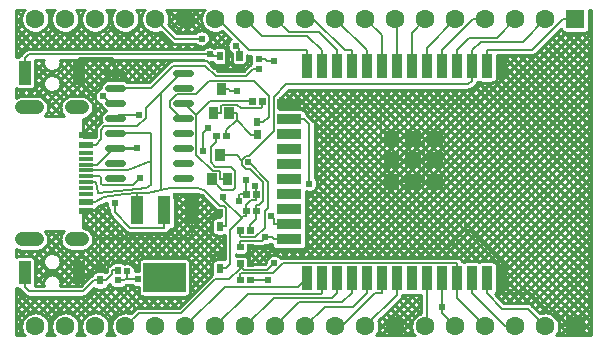
<source format=gtl>
G04 Layer: TopLayer*
G04 EasyEDA v6.5.3, 2022-05-09 22:00:40*
G04 d9374f8db1c04431a46586793fd7dc8a,036ae6e9a2b24cebb23d0048bde98d7c,10*
G04 Gerber Generator version 0.2*
G04 Scale: 100 percent, Rotated: No, Reflected: No *
G04 Dimensions in millimeters *
G04 leading zeros omitted , absolute positions ,4 integer and 5 decimal *
%FSLAX45Y45*%
%MOMM*%

%ADD10C,0.2540*%
%ADD11C,0.1500*%
%ADD12C,0.5600*%
%ADD13C,0.6100*%
%ADD14C,0.6096*%
%ADD15R,0.5400X0.7901*%
%ADD17R,0.5400X0.5657*%
%ADD20R,0.9800X2.4700*%
%ADD22R,0.9500X2.1000*%
%ADD23R,2.1000X0.9500*%
%ADD25R,1.1500X0.3000*%
%ADD26R,1.1500X0.6000*%
%ADD27C,1.6000*%
%ADD28R,1.6000X1.6000*%
%ADD29C,1.2000*%

%LPD*%
D11*
X4704735Y4636973D02*
G01*
X4719746Y4651984D01*
X4744613Y4651984D01*
X4570902Y4212691D02*
G01*
X4608367Y4250156D01*
X4608367Y4540605D01*
X4704735Y4636973D01*
X4704730Y4636975D02*
G01*
X4546600Y4795105D01*
X4546600Y4813300D01*
X4744613Y4699000D02*
G01*
X4744613Y4651984D01*
X4822743Y4913121D02*
G01*
X4822743Y4896840D01*
X4831176Y4888407D01*
X4051294Y4703089D02*
G01*
X4051294Y4556887D01*
X4051300Y4556887D02*
G01*
X4051114Y4556706D01*
X3762857Y4556706D01*
X3632200Y4687366D01*
X3632200Y4762500D01*
X4831176Y4838700D02*
G01*
X4831176Y4888407D01*
X4744613Y4748707D02*
G01*
X4784897Y4788992D01*
X4831176Y4788992D01*
X4521194Y4212691D02*
G01*
X4570902Y4212691D01*
X4744613Y4699000D02*
G01*
X4744613Y4748707D01*
X4831176Y4838700D02*
G01*
X4831176Y4788992D01*
X6780347Y5993079D02*
G01*
X6780347Y5929223D01*
X6780347Y5993079D02*
G01*
X6780347Y6056934D01*
X7531094Y6324600D02*
G01*
X7428377Y6324600D01*
X6780347Y6056934D02*
G01*
X6784842Y6061430D01*
X7165207Y6061430D01*
X7428377Y6324600D01*
X4152900Y4826000D02*
G01*
X4275813Y4703086D01*
X4281289Y4703086D01*
X4471487Y4321708D02*
G01*
X4429678Y4321708D01*
X4281291Y4470095D01*
X4780376Y4376089D02*
G01*
X4780376Y4254500D01*
X4281291Y4470095D02*
G01*
X4281291Y4556887D01*
X4281291Y4470095D02*
G01*
X3513500Y4470095D01*
X3505194Y4461789D01*
X3469304Y5337505D02*
G01*
X3469304Y5666181D01*
X3382030Y5753455D01*
X3337808Y5753455D01*
X3329045Y5744692D01*
X3328791Y5744692D01*
X4576084Y5901791D02*
G01*
X4576084Y6059220D01*
X4310705Y6324600D01*
X4229094Y6324600D01*
X4576084Y5901791D02*
G01*
X4686294Y5901791D01*
X4471487Y5901791D02*
G01*
X4409409Y5963869D01*
X3637046Y5963869D01*
X5884641Y5600700D02*
G01*
X5106842Y5600700D01*
X6598025Y4533137D02*
G01*
X6631122Y4533137D01*
X6907347Y4256912D01*
X4780376Y4376089D02*
G01*
X6440977Y4376089D01*
X6598025Y4533137D01*
X6598025Y4533137D02*
G01*
X6598025Y4599330D01*
X6340850Y4856505D01*
X4780376Y4394200D02*
G01*
X4780376Y4376089D01*
X3328791Y5990107D02*
G01*
X3610808Y5990107D01*
X3637046Y5963869D01*
X3637046Y5867400D02*
G01*
X3637046Y5963869D01*
X4521194Y5901791D02*
G01*
X4471487Y5901791D01*
X3505194Y4461789D02*
G01*
X3469304Y4497679D01*
X3469304Y4695520D01*
X3505194Y4461789D02*
G01*
X3505194Y4282312D01*
X4521194Y5901791D02*
G01*
X4576084Y5901791D01*
X4521194Y4321708D02*
G01*
X4471487Y4321708D01*
X6907347Y5801512D02*
G01*
X6706534Y5600700D01*
X5884641Y5600700D01*
X5884641Y5312714D02*
G01*
X5884641Y5600700D01*
X3328791Y5867400D02*
G01*
X3328791Y5744692D01*
X3389091Y5337505D02*
G01*
X3469304Y5337505D01*
X6907347Y4129201D02*
G01*
X6907347Y4256912D01*
X4281291Y4556887D02*
G01*
X4351065Y4556887D01*
X4471487Y4677308D01*
X3505194Y4220108D02*
G01*
X3455487Y4220108D01*
X3328791Y4178300D02*
G01*
X3328791Y4301007D01*
X3328791Y4301007D02*
G01*
X3399429Y4301007D01*
X3455487Y4244949D01*
X3455487Y4220108D01*
X3328791Y5867400D02*
G01*
X3328791Y5990107D01*
X4281291Y4703089D02*
G01*
X4281291Y4556887D01*
X4521194Y4677308D02*
G01*
X4471487Y4677308D01*
X6340850Y4945710D02*
G01*
X6340850Y4856505D01*
X6907347Y4065346D02*
G01*
X6907347Y4129201D01*
X6907347Y4065346D02*
G01*
X6907347Y4001490D01*
X6907347Y5929223D02*
G01*
X6907347Y5801512D01*
X7531094Y3721100D02*
G01*
X7428377Y3721100D01*
X6907347Y4001490D02*
G01*
X7147986Y4001490D01*
X7428377Y3721100D01*
X5973846Y5312714D02*
G01*
X5884641Y5312714D01*
X6157361Y5312714D02*
G01*
X5973846Y5312714D01*
X6246515Y5312714D02*
G01*
X6157361Y5312714D01*
X6340850Y5312714D02*
G01*
X6246515Y5312714D01*
X6246515Y5312714D02*
G01*
X6246515Y5129225D01*
X6249106Y5129199D02*
G01*
X6246515Y5129199D01*
X6246515Y5129225D01*
X6340850Y5129199D02*
G01*
X6249106Y5129199D01*
X6249106Y4945710D02*
G01*
X6157361Y4945710D01*
X6340850Y4945710D02*
G01*
X6249106Y4945710D01*
X6249106Y4945710D02*
G01*
X6249106Y5129199D01*
X6157310Y5129225D02*
G01*
X6246515Y5129225D01*
X6157310Y5129225D02*
G01*
X6068105Y5129225D01*
X5973846Y5129199D02*
G01*
X6068105Y5129199D01*
X6068105Y5129225D01*
X5973846Y4945710D02*
G01*
X6157361Y4945710D01*
X3505194Y4220108D02*
G01*
X3505194Y4282312D01*
X3389091Y4695520D02*
G01*
X3469304Y4695520D01*
X4662723Y5469254D02*
G01*
X4662647Y5469331D01*
X4662647Y5524500D01*
X4796480Y5342991D02*
G01*
X4788987Y5342991D01*
X4662723Y5469254D01*
X4577176Y5383707D02*
G01*
X4662723Y5469254D01*
X4577176Y5334000D02*
G01*
X4577176Y5383707D01*
X4599934Y5524500D02*
G01*
X4662647Y5524500D01*
X4838694Y5342991D02*
G01*
X4796480Y5342991D01*
X4838694Y5452008D02*
G01*
X4888402Y5452008D01*
X4211543Y5486400D02*
G01*
X4190055Y5486400D01*
X4100418Y5576036D01*
X4100418Y5633465D01*
X4154571Y5687618D01*
X4315454Y5687618D01*
X4428434Y5800597D01*
X4808240Y5800597D01*
X4933690Y5675147D01*
X4933690Y5497296D01*
X4888402Y5452008D01*
X4375881Y5203697D02*
G01*
X4375881Y5359755D01*
X4420255Y5404129D01*
X4686294Y6010808D02*
G01*
X4686294Y6073012D01*
X4655052Y6097879D02*
G01*
X4679919Y6073012D01*
X4686294Y6073012D01*
X3637046Y5486400D02*
G01*
X3658661Y5508015D01*
X3839077Y5508015D01*
X4693813Y4533900D02*
G01*
X4693813Y4484192D01*
X4433895Y6024626D02*
G01*
X4457669Y6024626D01*
X4471487Y6010808D01*
X2868797Y5990107D02*
G01*
X2903316Y6024626D01*
X4433895Y6024626D01*
X4693813Y4484192D02*
G01*
X4702347Y4475657D01*
X4820914Y4475657D01*
X4901026Y4555769D01*
X4901026Y4697298D01*
X4929652Y4725923D01*
X4929652Y4944668D01*
X4765009Y5109311D01*
X4761072Y5109311D01*
X4521194Y6010808D02*
G01*
X4471487Y6010808D01*
X2868797Y5867400D02*
G01*
X2868797Y5990107D01*
X3505194Y4111091D02*
G01*
X3455487Y4111091D01*
X2868797Y4178300D02*
G01*
X2868797Y4055592D01*
X2868797Y4055592D02*
G01*
X2904815Y4019575D01*
X3363970Y4019575D01*
X3455487Y4111091D01*
X3657594Y4196181D02*
G01*
X3607887Y4196181D01*
X3505194Y4111091D02*
G01*
X3554902Y4111091D01*
X3607887Y4196181D02*
G01*
X3607887Y4164076D01*
X3554902Y4111091D01*
X3820764Y5414213D02*
G01*
X3892443Y5485892D01*
X3892443Y5569254D01*
X4190588Y5867400D01*
X4211543Y5867400D01*
X3469304Y5257520D02*
G01*
X3515227Y5303443D01*
X3515227Y5386527D01*
X3542913Y5414213D01*
X3820764Y5414213D01*
X4521194Y4568291D02*
G01*
X4570902Y4568291D01*
X3389091Y5257520D02*
G01*
X3469304Y5257520D01*
X3821297Y4776215D02*
G01*
X3821297Y4703089D01*
X3821297Y4776215D02*
G01*
X3821297Y4849317D01*
X3389091Y4775504D02*
G01*
X3461837Y4775504D01*
X4707707Y5123637D02*
G01*
X4707707Y5087213D01*
X4738974Y5055946D01*
X4775398Y5055946D01*
X4885786Y4945557D01*
X4885786Y4778476D01*
X4856017Y4748707D01*
X4831176Y4748707D01*
X6653347Y5801512D02*
G01*
X6624670Y5772835D01*
X5083728Y5772835D01*
X4977632Y5666739D01*
X4977632Y5375503D01*
X4764806Y5162677D01*
X4738974Y5162677D01*
X4707707Y5131409D01*
X4707707Y5123637D01*
X4707707Y5123637D02*
G01*
X4662444Y5168900D01*
X4521194Y5168900D01*
X6653347Y5929223D02*
G01*
X6653347Y5801512D01*
X4780376Y4533900D02*
G01*
X4780376Y4583607D01*
X4831176Y4699000D02*
G01*
X4831176Y4634407D01*
X4780376Y4583607D01*
X4831176Y4723866D02*
G01*
X4831176Y4699000D01*
X4831176Y4723866D02*
G01*
X4831176Y4748707D01*
X6653347Y5993079D02*
G01*
X6653347Y5929223D01*
X6653347Y5993079D02*
G01*
X6653347Y6056934D01*
X6653347Y6056934D02*
G01*
X6729445Y6133033D01*
X7085528Y6133033D01*
X7277094Y6324600D01*
X4322516Y5510860D02*
G01*
X4322516Y5175097D01*
X4459015Y5038597D01*
X4514336Y5038597D01*
X4524522Y5028412D01*
X4524522Y4965700D01*
X4211543Y5613400D02*
G01*
X4219976Y5613400D01*
X4322516Y5510860D01*
X4322516Y5510860D02*
G01*
X4441743Y5630087D01*
X4740447Y5630087D01*
X4744435Y5626100D01*
X4795413Y5626100D02*
G01*
X4744435Y5626100D01*
X4587234Y4965700D02*
G01*
X4524522Y4965700D01*
X4490613Y5284292D02*
G01*
X4443394Y5237073D01*
X4443394Y5109845D01*
X4479970Y5073269D01*
X4612838Y5073269D01*
X4651065Y5035042D01*
X4651065Y4895392D01*
X4635520Y4879847D01*
X4541006Y4879847D01*
X4455154Y4965700D01*
X4490613Y5334000D02*
G01*
X4490613Y5284292D01*
X4744511Y4838700D02*
G01*
X4744511Y4962220D01*
X4533894Y5727700D02*
G01*
X4596607Y5727700D01*
X4670521Y5715355D02*
G01*
X4608951Y5715355D01*
X4596607Y5727700D01*
X4744613Y4838700D02*
G01*
X4744511Y4838700D01*
X4736993Y4838700D02*
G01*
X4744511Y4838700D01*
X4736993Y4838700D02*
G01*
X4693635Y4838700D01*
X4684440Y4778527D02*
G01*
X4684440Y4829505D01*
X4693635Y4838700D01*
X3736461Y4119676D02*
G01*
X3823939Y4119676D01*
X3707302Y4109618D02*
G01*
X3717361Y4119676D01*
X3736461Y4119676D01*
X3736461Y4119676D02*
G01*
X3736461Y4187545D01*
X3657594Y4109618D02*
G01*
X3707302Y4109618D01*
X4229094Y3721100D02*
G01*
X4564095Y4056100D01*
X5183245Y4056100D01*
X5256347Y4129201D01*
X4530567Y5524500D02*
G01*
X4530567Y5587212D01*
X4541514Y5598160D01*
X4667143Y5598160D01*
X4698182Y5567121D01*
X4872705Y5567121D01*
X4881976Y5576392D01*
X4467854Y5524500D02*
G01*
X4530567Y5524500D01*
X4881976Y5626100D02*
G01*
X4881976Y5576392D01*
X4851394Y5900318D02*
G01*
X4801687Y5900318D01*
X3637046Y5740400D02*
G01*
X3938671Y5740400D01*
X4126148Y5927877D01*
X4396277Y5927877D01*
X4484720Y5839434D01*
X4740803Y5839434D01*
X4801687Y5900318D01*
X4851394Y5986881D02*
G01*
X4901102Y5986881D01*
X4979766Y5968593D02*
G01*
X4919390Y5968593D01*
X4901102Y5986881D01*
X6399347Y3881754D02*
G01*
X6399347Y3836847D01*
X6515094Y3721100D01*
X6399347Y4129201D02*
G01*
X6399347Y3881754D01*
X4928077Y4110786D02*
G01*
X4835392Y4110786D01*
X4831379Y4114800D01*
X3637046Y5613400D02*
G01*
X3586881Y5613400D01*
X3529934Y5670346D01*
X4780376Y4114800D02*
G01*
X4831379Y4114800D01*
X4693813Y4164507D02*
G01*
X4698512Y4169206D01*
X4968133Y4169206D01*
X5056017Y4257090D01*
X6526169Y4257090D01*
X6526347Y4256912D01*
X4693813Y4114800D02*
G01*
X4693813Y4164507D01*
X6526347Y4129201D02*
G01*
X6526347Y4256912D01*
X6769094Y3721100D02*
G01*
X6526347Y3963847D01*
X6526347Y4129201D01*
X4979156Y4584700D02*
G01*
X4979156Y4635195D01*
X4955306Y4659045D01*
X4981747Y4258310D02*
G01*
X4923022Y4199585D01*
X4729246Y4199585D01*
X4693813Y4235018D01*
X5106842Y4584700D02*
G01*
X4979156Y4584700D01*
X4693813Y4235018D02*
G01*
X4693813Y4210761D01*
X4693813Y4254500D02*
G01*
X4693813Y4235018D01*
X4693813Y4210761D02*
G01*
X4601458Y4118406D01*
X4480910Y4118406D01*
X4195236Y3832732D01*
X3832727Y3832732D01*
X3721094Y3721100D01*
X4905420Y4475734D02*
G01*
X4874966Y4445279D01*
X4695184Y4445279D01*
X4693813Y4443907D01*
X4979156Y4457700D02*
G01*
X4961122Y4475734D01*
X4905420Y4475734D01*
X4693813Y4394200D02*
G01*
X4693813Y4443907D01*
X5106842Y4457700D02*
G01*
X4979156Y4457700D01*
X3389091Y4941519D02*
G01*
X3469304Y4941519D01*
X3483096Y5091506D02*
G01*
X3623990Y5232400D01*
X3637046Y5232400D01*
X3469152Y5091506D02*
G01*
X3483096Y5091506D01*
X3388939Y5091506D02*
G01*
X3469152Y5091506D01*
X4366839Y6158306D02*
G01*
X4141388Y6158306D01*
X3975094Y6324600D01*
X5234553Y5473700D02*
G01*
X5277479Y5430773D01*
X5277479Y4927600D01*
X5106842Y5473700D02*
G01*
X5234553Y5473700D01*
X5256347Y6056934D02*
G01*
X4771486Y6056934D01*
X4503821Y6324600D01*
X4483094Y6324600D01*
X5256347Y5929223D02*
G01*
X5256347Y6056934D01*
X5383347Y5929223D02*
G01*
X5383347Y6056934D01*
X5383347Y6056934D02*
G01*
X5260055Y6180226D01*
X4881468Y6180226D01*
X4737094Y6324600D01*
X5510347Y5929223D02*
G01*
X5510347Y6056934D01*
X5510347Y6056934D02*
G01*
X5356677Y6210604D01*
X5105090Y6210604D01*
X4991094Y6324600D01*
X5637347Y5929223D02*
G01*
X5637347Y6056934D01*
X5637347Y6056934D02*
G01*
X5580247Y6056934D01*
X5312582Y6324600D01*
X5245094Y6324600D01*
X5764347Y5929223D02*
G01*
X5764347Y6059347D01*
X5499094Y6324600D01*
X5891347Y5929223D02*
G01*
X5891347Y6186347D01*
X5753094Y6324600D01*
X6018347Y5929223D02*
G01*
X6018347Y6313347D01*
X6007094Y6324600D01*
X6145347Y5929223D02*
G01*
X6145347Y6208852D01*
X6261094Y6324600D01*
X6272347Y5929223D02*
G01*
X6272347Y6081852D01*
X6515094Y6324600D01*
X6399347Y5929223D02*
G01*
X6399347Y6056934D01*
X6399347Y6056934D02*
G01*
X6667012Y6324600D01*
X6769094Y6324600D01*
X6526347Y5929223D02*
G01*
X6526347Y6056934D01*
X6526347Y6056934D02*
G01*
X6634525Y6165113D01*
X6863608Y6165113D01*
X7023094Y6324600D01*
X5383347Y4129201D02*
G01*
X5383347Y4001490D01*
X4483094Y3721100D02*
G01*
X4757465Y3995470D01*
X5377327Y3995470D01*
X5383347Y4001490D01*
X5510347Y4129201D02*
G01*
X5510347Y4001490D01*
X5510347Y4001490D02*
G01*
X5473948Y3965092D01*
X4981087Y3965092D01*
X4737094Y3721100D01*
X5637347Y4129201D02*
G01*
X5637347Y4001490D01*
X5637347Y4001490D02*
G01*
X5559242Y3923385D01*
X5193380Y3923385D01*
X4991094Y3721100D01*
X5764347Y4129201D02*
G01*
X5764347Y4001490D01*
X5764347Y4001490D02*
G01*
X5649793Y3886936D01*
X5410931Y3886936D01*
X5245094Y3721100D01*
X5891347Y4129201D02*
G01*
X5891347Y4001490D01*
X5891347Y4001490D02*
G01*
X5833943Y4001490D01*
X5553552Y3721100D01*
X5499094Y3721100D01*
X6018347Y4129201D02*
G01*
X6018347Y3986352D01*
X5753094Y3721100D01*
X6272347Y4129201D02*
G01*
X6272347Y3732352D01*
X6261094Y3721100D01*
X6653347Y4129201D02*
G01*
X6653347Y4001490D01*
X6653347Y4001490D02*
G01*
X6933737Y3721100D01*
X7023094Y3721100D01*
X6780347Y4129201D02*
G01*
X6780347Y4001490D01*
X6780347Y4001490D02*
G01*
X6909988Y3871848D01*
X7126345Y3871848D01*
X7277094Y3721100D01*
X4026258Y5703069D02*
G01*
X4026258Y4876063D01*
D10*
X3637048Y5232400D02*
G01*
X3822700Y5232400D01*
D11*
X3821297Y4849317D02*
G01*
X3821175Y4849368D01*
X3821175Y4849368D02*
G01*
X3821175Y4849368D01*
X3708400Y4838700D01*
X3543300Y4813300D01*
X3461765Y4775454D01*
X3469386Y4941570D02*
G01*
X3492500Y4851400D01*
X3746500Y4876800D01*
X3898900Y4889500D01*
X3937000Y4914900D01*
X3937000Y5359400D01*
X3637025Y5359400D01*
X3388941Y4991478D02*
G01*
X3505200Y4991478D01*
X3517900Y4978778D01*
X3517900Y4927600D01*
X3530600Y4914900D01*
X3784600Y4914900D01*
X3848100Y4978400D01*
X3389637Y5041897D02*
G01*
X3746494Y5041897D01*
X3937000Y5124493D01*
X4570984Y4568189D02*
G01*
X4571491Y4727194D01*
X4556252Y4742687D01*
X4523740Y4742687D01*
X4390136Y4876037D01*
X4330700Y4889500D01*
X4102100Y4889500D01*
X4025900Y4876800D01*
X3911600Y4851400D01*
X3821175Y4849368D01*
D10*
X6169541Y3645662D02*
G01*
X5844809Y3645662D01*
X5844809Y3645662D02*
G01*
X5852716Y3656256D01*
X5852716Y3656256D02*
G01*
X5860190Y3669527D01*
X5860190Y3669527D02*
G01*
X5865906Y3683645D01*
X5865906Y3683645D02*
G01*
X5869769Y3698378D01*
X5869769Y3698378D02*
G01*
X5871717Y3713484D01*
X5871717Y3713484D02*
G01*
X5871717Y3728715D01*
X5871717Y3728715D02*
G01*
X5869769Y3743821D01*
X5869769Y3743821D02*
G01*
X5865906Y3758554D01*
X5865906Y3758554D02*
G01*
X5863085Y3765523D01*
X5863085Y3765523D02*
G01*
X6051130Y3953568D01*
X6051130Y3953568D02*
G01*
X6057230Y3961101D01*
X6057230Y3961101D02*
G01*
X6061630Y3969737D01*
X6061630Y3969737D02*
G01*
X6064139Y3979099D01*
X6064139Y3979099D02*
G01*
X6064602Y3985329D01*
X6064602Y3985329D02*
G01*
X6074502Y3986304D01*
X6074502Y3986304D02*
G01*
X6081854Y3988876D01*
X6081854Y3988876D02*
G01*
X6089206Y3986304D01*
X6089206Y3986304D02*
G01*
X6097854Y3985329D01*
X6097854Y3985329D02*
G01*
X6192855Y3985329D01*
X6192855Y3985329D02*
G01*
X6201502Y3986304D01*
X6201502Y3986304D02*
G01*
X6208854Y3988876D01*
X6208854Y3988876D02*
G01*
X6216206Y3986304D01*
X6216206Y3986304D02*
G01*
X6225984Y3985329D01*
X6225984Y3985329D02*
G01*
X6225984Y3834571D01*
X6225984Y3834571D02*
G01*
X6212986Y3829788D01*
X6212986Y3829788D02*
G01*
X6199482Y3822743D01*
X6199482Y3822743D02*
G01*
X6186990Y3814029D01*
X6186990Y3814029D02*
G01*
X6175715Y3803790D01*
X6175715Y3803790D02*
G01*
X6165842Y3792192D01*
X6165842Y3792192D02*
G01*
X6157533Y3779427D01*
X6157533Y3779427D02*
G01*
X6150924Y3765704D01*
X6150924Y3765704D02*
G01*
X6146125Y3751249D01*
X6146125Y3751249D02*
G01*
X6143214Y3736299D01*
X6143214Y3736299D02*
G01*
X6142238Y3721100D01*
X6142238Y3721100D02*
G01*
X6143214Y3705900D01*
X6143214Y3705900D02*
G01*
X6146125Y3690950D01*
X6146125Y3690950D02*
G01*
X6150924Y3676495D01*
X6150924Y3676495D02*
G01*
X6157533Y3662772D01*
X6157533Y3662772D02*
G01*
X6165842Y3650007D01*
X6165842Y3650007D02*
G01*
X6169541Y3645662D01*
X5865575Y3682827D02*
G01*
X5902740Y3645662D01*
X5867405Y3752839D02*
G01*
X5974582Y3645662D01*
X5894824Y3797262D02*
G01*
X6046424Y3645662D01*
X5930745Y3833183D02*
G01*
X6118266Y3645662D01*
X5966665Y3869104D02*
G01*
X6146774Y3688996D01*
X6002587Y3905025D02*
G01*
X6148677Y3758935D01*
X6038508Y3940946D02*
G01*
X6175692Y3803762D01*
X6065844Y3985452D02*
G01*
X6219215Y3832080D01*
X6137808Y3985329D02*
G01*
X6225984Y3897154D01*
X6206817Y3988163D02*
G01*
X6225984Y3968996D01*
X6104858Y3645662D02*
G01*
X6147127Y3687931D01*
X6033016Y3645662D02*
G01*
X6149864Y3762509D01*
X6219563Y3832208D02*
G01*
X6225984Y3838630D01*
X5961174Y3645662D02*
G01*
X6225984Y3910472D01*
X5889332Y3645662D02*
G01*
X6225984Y3982314D01*
X5869614Y3697786D02*
G01*
X6157158Y3985329D01*
X5863783Y3763797D02*
G01*
X6087046Y3987060D01*
X4654730Y4318632D02*
G01*
X4654730Y4330067D01*
X4654730Y4330067D02*
G01*
X4656887Y4329312D01*
X4656887Y4329312D02*
G01*
X4665535Y4328337D01*
X4665535Y4328337D02*
G01*
X4722101Y4328337D01*
X4722101Y4328337D02*
G01*
X4730748Y4329312D01*
X4730748Y4329312D02*
G01*
X4738962Y4332186D01*
X4738962Y4332186D02*
G01*
X4746331Y4336816D01*
X4746331Y4336816D02*
G01*
X4752484Y4342969D01*
X4752484Y4342969D02*
G01*
X4757114Y4350338D01*
X4757114Y4350338D02*
G01*
X4759988Y4358552D01*
X4759988Y4358552D02*
G01*
X4760963Y4367199D01*
X4760963Y4367199D02*
G01*
X4760963Y4398916D01*
X4760963Y4398916D02*
G01*
X4874966Y4398916D01*
X4874966Y4398916D02*
G01*
X4884605Y4399929D01*
X4884605Y4399929D02*
G01*
X4893823Y4402925D01*
X4893823Y4402925D02*
G01*
X4900461Y4406594D01*
X4900461Y4406594D02*
G01*
X4912773Y4406762D01*
X4912773Y4406762D02*
G01*
X4924324Y4408996D01*
X4924324Y4408996D02*
G01*
X4935331Y4413149D01*
X4935331Y4413149D02*
G01*
X4945478Y4419103D01*
X4945478Y4419103D02*
G01*
X4949421Y4422428D01*
X4949421Y4422428D02*
G01*
X4953906Y4418816D01*
X4953906Y4418816D02*
G01*
X4960299Y4415345D01*
X4960299Y4415345D02*
G01*
X4962991Y4414296D01*
X4962991Y4414296D02*
G01*
X4962991Y4410181D01*
X4962991Y4410181D02*
G01*
X4963965Y4401533D01*
X4963965Y4401533D02*
G01*
X4966839Y4393320D01*
X4966839Y4393320D02*
G01*
X4971469Y4385951D01*
X4971469Y4385951D02*
G01*
X4977623Y4379798D01*
X4977623Y4379798D02*
G01*
X4984991Y4375168D01*
X4984991Y4375168D02*
G01*
X4993205Y4372294D01*
X4993205Y4372294D02*
G01*
X5001853Y4371319D01*
X5001853Y4371319D02*
G01*
X5211852Y4371319D01*
X5211852Y4371319D02*
G01*
X5220500Y4372294D01*
X5220500Y4372294D02*
G01*
X5228714Y4375168D01*
X5228714Y4375168D02*
G01*
X5236082Y4379798D01*
X5236082Y4379798D02*
G01*
X5242236Y4385951D01*
X5242236Y4385951D02*
G01*
X5246866Y4393320D01*
X5246866Y4393320D02*
G01*
X5249740Y4401533D01*
X5249740Y4401533D02*
G01*
X5250714Y4410181D01*
X5250714Y4410181D02*
G01*
X5250714Y4505182D01*
X5250714Y4505182D02*
G01*
X5249740Y4513830D01*
X5249740Y4513830D02*
G01*
X5247167Y4521182D01*
X5247167Y4521182D02*
G01*
X5249740Y4528533D01*
X5249740Y4528533D02*
G01*
X5250714Y4537181D01*
X5250714Y4537181D02*
G01*
X5250714Y4632182D01*
X5250714Y4632182D02*
G01*
X5249740Y4640830D01*
X5249740Y4640830D02*
G01*
X5247167Y4648182D01*
X5247167Y4648182D02*
G01*
X5249740Y4655533D01*
X5249740Y4655533D02*
G01*
X5250714Y4664181D01*
X5250714Y4664181D02*
G01*
X5250714Y4759182D01*
X5250714Y4759182D02*
G01*
X5249740Y4767830D01*
X5249740Y4767830D02*
G01*
X5247167Y4775182D01*
X5247167Y4775182D02*
G01*
X5249740Y4782533D01*
X5249740Y4782533D02*
G01*
X5250714Y4791181D01*
X5250714Y4791181D02*
G01*
X5250714Y4863653D01*
X5250714Y4863653D02*
G01*
X5261436Y4860120D01*
X5261436Y4860120D02*
G01*
X5273070Y4858378D01*
X5273070Y4858378D02*
G01*
X5284832Y4858628D01*
X5284832Y4858628D02*
G01*
X5296383Y4860862D01*
X5296383Y4860862D02*
G01*
X5307390Y4865015D01*
X5307390Y4865015D02*
G01*
X5317537Y4870969D01*
X5317537Y4870969D02*
G01*
X5326531Y4878553D01*
X5326531Y4878553D02*
G01*
X5334115Y4887547D01*
X5334115Y4887547D02*
G01*
X5340069Y4897694D01*
X5340069Y4897694D02*
G01*
X5344222Y4908701D01*
X5344222Y4908701D02*
G01*
X5346456Y4920252D01*
X5346456Y4920252D02*
G01*
X5346706Y4932014D01*
X5346706Y4932014D02*
G01*
X5344964Y4943648D01*
X5344964Y4943648D02*
G01*
X5341282Y4954822D01*
X5341282Y4954822D02*
G01*
X5335763Y4965212D01*
X5335763Y4965212D02*
G01*
X5328568Y4974520D01*
X5328568Y4974520D02*
G01*
X5323842Y4978862D01*
X5323842Y4978862D02*
G01*
X5323842Y5430773D01*
X5323842Y5430773D02*
G01*
X5322829Y5440413D01*
X5322829Y5440413D02*
G01*
X5319834Y5449631D01*
X5319834Y5449631D02*
G01*
X5314988Y5458025D01*
X5314988Y5458025D02*
G01*
X5310263Y5463557D01*
X5310263Y5463557D02*
G01*
X5267337Y5506483D01*
X5267337Y5506483D02*
G01*
X5259804Y5512583D01*
X5259804Y5512583D02*
G01*
X5253411Y5516054D01*
X5253411Y5516054D02*
G01*
X5250714Y5517105D01*
X5250714Y5517105D02*
G01*
X5250714Y5521182D01*
X5250714Y5521182D02*
G01*
X5249740Y5529830D01*
X5249740Y5529830D02*
G01*
X5246866Y5538044D01*
X5246866Y5538044D02*
G01*
X5242236Y5545412D01*
X5242236Y5545412D02*
G01*
X5236082Y5551566D01*
X5236082Y5551566D02*
G01*
X5228714Y5556196D01*
X5228714Y5556196D02*
G01*
X5220500Y5559070D01*
X5220500Y5559070D02*
G01*
X5211852Y5560044D01*
X5211852Y5560044D02*
G01*
X5023995Y5560044D01*
X5023995Y5560044D02*
G01*
X5023995Y5647536D01*
X5023995Y5647536D02*
G01*
X5102932Y5726473D01*
X5102932Y5726473D02*
G01*
X6624670Y5726473D01*
X6624670Y5726473D02*
G01*
X6634309Y5727486D01*
X6634309Y5727486D02*
G01*
X6643527Y5730481D01*
X6643527Y5730481D02*
G01*
X6651921Y5735327D01*
X6651921Y5735327D02*
G01*
X6657453Y5740052D01*
X6657453Y5740052D02*
G01*
X6686130Y5768729D01*
X6686130Y5768729D02*
G01*
X6692230Y5776261D01*
X6692230Y5776261D02*
G01*
X6695701Y5782654D01*
X6695701Y5782654D02*
G01*
X6696750Y5785346D01*
X6696750Y5785346D02*
G01*
X6700840Y5785346D01*
X6700840Y5785346D02*
G01*
X6709487Y5786320D01*
X6709487Y5786320D02*
G01*
X6716839Y5788893D01*
X6716839Y5788893D02*
G01*
X6724191Y5786320D01*
X6724191Y5786320D02*
G01*
X6732838Y5785346D01*
X6732838Y5785346D02*
G01*
X6827840Y5785346D01*
X6827840Y5785346D02*
G01*
X6836487Y5786320D01*
X6836487Y5786320D02*
G01*
X6844701Y5789195D01*
X6844701Y5789195D02*
G01*
X6852070Y5793825D01*
X6852070Y5793825D02*
G01*
X6858223Y5799978D01*
X6858223Y5799978D02*
G01*
X6862853Y5807347D01*
X6862853Y5807347D02*
G01*
X6865727Y5815560D01*
X6865727Y5815560D02*
G01*
X6866702Y5824208D01*
X6866702Y5824208D02*
G01*
X6866702Y6015067D01*
X6866702Y6015067D02*
G01*
X7165207Y6015067D01*
X7165207Y6015067D02*
G01*
X7174847Y6016081D01*
X7174847Y6016081D02*
G01*
X7184065Y6019076D01*
X7184065Y6019076D02*
G01*
X7192459Y6023922D01*
X7192459Y6023922D02*
G01*
X7197991Y6028647D01*
X7197991Y6028647D02*
G01*
X7412410Y6243067D01*
X7412410Y6243067D02*
G01*
X7413212Y6235952D01*
X7413212Y6235952D02*
G01*
X7416086Y6227738D01*
X7416086Y6227738D02*
G01*
X7420716Y6220370D01*
X7420716Y6220370D02*
G01*
X7426870Y6214216D01*
X7426870Y6214216D02*
G01*
X7434238Y6209586D01*
X7434238Y6209586D02*
G01*
X7442452Y6206712D01*
X7442452Y6206712D02*
G01*
X7451100Y6205738D01*
X7451100Y6205738D02*
G01*
X7611099Y6205738D01*
X7611099Y6205738D02*
G01*
X7619747Y6206712D01*
X7619747Y6206712D02*
G01*
X7627961Y6209586D01*
X7627961Y6209586D02*
G01*
X7635329Y6214216D01*
X7635329Y6214216D02*
G01*
X7641483Y6220370D01*
X7641483Y6220370D02*
G01*
X7646113Y6227738D01*
X7646113Y6227738D02*
G01*
X7648987Y6235952D01*
X7648987Y6235952D02*
G01*
X7649961Y6244600D01*
X7649961Y6244600D02*
G01*
X7649961Y6400037D01*
X7649961Y6400037D02*
G01*
X7661147Y6400037D01*
X7661147Y6400037D02*
G01*
X7661147Y3645662D01*
X7661147Y3645662D02*
G01*
X7368809Y3645662D01*
X7368809Y3645662D02*
G01*
X7376716Y3656256D01*
X7376716Y3656256D02*
G01*
X7384190Y3669527D01*
X7384190Y3669527D02*
G01*
X7389906Y3683645D01*
X7389906Y3683645D02*
G01*
X7393769Y3698378D01*
X7393769Y3698378D02*
G01*
X7395717Y3713484D01*
X7395717Y3713484D02*
G01*
X7395717Y3728715D01*
X7395717Y3728715D02*
G01*
X7393769Y3743821D01*
X7393769Y3743821D02*
G01*
X7389906Y3758554D01*
X7389906Y3758554D02*
G01*
X7384190Y3772672D01*
X7384190Y3772672D02*
G01*
X7376716Y3785943D01*
X7376716Y3785943D02*
G01*
X7367606Y3798149D01*
X7367606Y3798149D02*
G01*
X7357010Y3809090D01*
X7357010Y3809090D02*
G01*
X7345102Y3818587D01*
X7345102Y3818587D02*
G01*
X7332078Y3826482D01*
X7332078Y3826482D02*
G01*
X7318150Y3832648D01*
X7318150Y3832648D02*
G01*
X7303549Y3836981D01*
X7303549Y3836981D02*
G01*
X7288513Y3839412D01*
X7288513Y3839412D02*
G01*
X7273290Y3839900D01*
X7273290Y3839900D02*
G01*
X7258129Y3838438D01*
X7258129Y3838438D02*
G01*
X7243280Y3835048D01*
X7243280Y3835048D02*
G01*
X7232631Y3831130D01*
X7232631Y3831130D02*
G01*
X7159129Y3904632D01*
X7159129Y3904632D02*
G01*
X7151596Y3910732D01*
X7151596Y3910732D02*
G01*
X7142960Y3915132D01*
X7142960Y3915132D02*
G01*
X7133598Y3917640D01*
X7133598Y3917640D02*
G01*
X7126345Y3918211D01*
X7126345Y3918211D02*
G01*
X6929192Y3918211D01*
X6929192Y3918211D02*
G01*
X6852840Y3994563D01*
X6852840Y3994563D02*
G01*
X6858238Y3999961D01*
X6858238Y3999961D02*
G01*
X6862868Y4007330D01*
X6862868Y4007330D02*
G01*
X6865742Y4015544D01*
X6865742Y4015544D02*
G01*
X6866717Y4024191D01*
X6866717Y4024191D02*
G01*
X6866717Y4234191D01*
X6866717Y4234191D02*
G01*
X6865742Y4242839D01*
X6865742Y4242839D02*
G01*
X6862868Y4251052D01*
X6862868Y4251052D02*
G01*
X6858238Y4258421D01*
X6858238Y4258421D02*
G01*
X6852085Y4264574D01*
X6852085Y4264574D02*
G01*
X6844716Y4269204D01*
X6844716Y4269204D02*
G01*
X6836502Y4272079D01*
X6836502Y4272079D02*
G01*
X6827855Y4273053D01*
X6827855Y4273053D02*
G01*
X6732854Y4273053D01*
X6732854Y4273053D02*
G01*
X6724206Y4272079D01*
X6724206Y4272079D02*
G01*
X6716854Y4269506D01*
X6716854Y4269506D02*
G01*
X6709502Y4272079D01*
X6709502Y4272079D02*
G01*
X6700855Y4273053D01*
X6700855Y4273053D02*
G01*
X6605854Y4273053D01*
X6605854Y4273053D02*
G01*
X6597206Y4272079D01*
X6597206Y4272079D02*
G01*
X6589854Y4269506D01*
X6589854Y4269506D02*
G01*
X6582502Y4272079D01*
X6582502Y4272079D02*
G01*
X6573855Y4273053D01*
X6573855Y4273053D02*
G01*
X6569757Y4273053D01*
X6569757Y4273053D02*
G01*
X6568701Y4275770D01*
X6568701Y4275770D02*
G01*
X6565230Y4282163D01*
X6565230Y4282163D02*
G01*
X6560623Y4288113D01*
X6560623Y4288113D02*
G01*
X6557369Y4291367D01*
X6557369Y4291367D02*
G01*
X6551420Y4295973D01*
X6551420Y4295973D02*
G01*
X6542784Y4300373D01*
X6542784Y4300373D02*
G01*
X6533422Y4302882D01*
X6533422Y4302882D02*
G01*
X6526169Y4303453D01*
X6526169Y4303453D02*
G01*
X5056017Y4303453D01*
X5056017Y4303453D02*
G01*
X5046378Y4302440D01*
X5046378Y4302440D02*
G01*
X5037278Y4299483D01*
X5037278Y4299483D02*
G01*
X5032836Y4305230D01*
X5032836Y4305230D02*
G01*
X5024172Y4313188D01*
X5024172Y4313188D02*
G01*
X5014287Y4319568D01*
X5014287Y4319568D02*
G01*
X5003466Y4324185D01*
X5003466Y4324185D02*
G01*
X4992021Y4326908D01*
X4992021Y4326908D02*
G01*
X4980280Y4327656D01*
X4980280Y4327656D02*
G01*
X4968582Y4326410D01*
X4968582Y4326410D02*
G01*
X4957262Y4323204D01*
X4957262Y4323204D02*
G01*
X4946647Y4318132D01*
X4946647Y4318132D02*
G01*
X4937042Y4311339D01*
X4937042Y4311339D02*
G01*
X4928723Y4303020D01*
X4928723Y4303020D02*
G01*
X4921930Y4293415D01*
X4921930Y4293415D02*
G01*
X4916857Y4282800D01*
X4916857Y4282800D02*
G01*
X4913652Y4271480D01*
X4913652Y4271480D02*
G01*
X4912406Y4259782D01*
X4912406Y4259782D02*
G01*
X4912720Y4254849D01*
X4912720Y4254849D02*
G01*
X4903818Y4245947D01*
X4903818Y4245947D02*
G01*
X4760963Y4245947D01*
X4760963Y4245947D02*
G01*
X4760963Y4281500D01*
X4760963Y4281500D02*
G01*
X4759988Y4290147D01*
X4759988Y4290147D02*
G01*
X4757114Y4298361D01*
X4757114Y4298361D02*
G01*
X4752484Y4305730D01*
X4752484Y4305730D02*
G01*
X4746331Y4311883D01*
X4746331Y4311883D02*
G01*
X4738962Y4316513D01*
X4738962Y4316513D02*
G01*
X4730748Y4319387D01*
X4730748Y4319387D02*
G01*
X4722101Y4320362D01*
X4722101Y4320362D02*
G01*
X4665535Y4320362D01*
X4665535Y4320362D02*
G01*
X4656887Y4319387D01*
X4656887Y4319387D02*
G01*
X4654730Y4318632D01*
X4654730Y4318935D02*
G01*
X4654954Y4318711D01*
X4717170Y4328337D02*
G01*
X4725532Y4319975D01*
X4760576Y4284931D02*
G01*
X4799560Y4245947D01*
X4759680Y4357669D02*
G01*
X4871402Y4245947D01*
X4790275Y4398916D02*
G01*
X4914548Y4274643D01*
X4862117Y4398916D02*
G01*
X4944453Y4316580D01*
X4923952Y4408923D02*
G01*
X5012578Y4320297D01*
X5033398Y4371319D02*
G01*
X5101264Y4303453D01*
X5105240Y4371319D02*
G01*
X5173107Y4303453D01*
X5177082Y4371319D02*
G01*
X5244949Y4303453D01*
X5238264Y4381980D02*
G01*
X5316790Y4303453D01*
X5250714Y4441371D02*
G01*
X5388633Y4303453D01*
X5249547Y4514380D02*
G01*
X5460475Y4303453D01*
X5250714Y4585055D02*
G01*
X5532317Y4303453D01*
X5249977Y4657635D02*
G01*
X5604159Y4303453D01*
X5250714Y4728740D02*
G01*
X5676001Y4303453D01*
X5250714Y4800582D02*
G01*
X5747843Y4303453D01*
X5263297Y4859841D02*
G01*
X5819685Y4303453D01*
X5321049Y4873931D02*
G01*
X5891527Y4303453D01*
X5346459Y4920363D02*
G01*
X5963369Y4303453D01*
X5323842Y5014822D02*
G01*
X6035211Y4303453D01*
X5323842Y5086664D02*
G01*
X6107053Y4303453D01*
X5323842Y5158506D02*
G01*
X6178895Y4303453D01*
X5323842Y5230348D02*
G01*
X6250737Y4303453D01*
X5023995Y5602037D02*
G01*
X5065988Y5560044D01*
X5323842Y5302190D02*
G01*
X6322579Y4303453D01*
X5037167Y5660707D02*
G01*
X5137830Y5560044D01*
X5323842Y5374032D02*
G01*
X6394421Y4303453D01*
X5073088Y5696628D02*
G01*
X5209672Y5560044D01*
X5250714Y5519002D02*
G01*
X5253961Y5515755D01*
X5319490Y5450226D02*
G01*
X6466263Y4303453D01*
X5115086Y5726473D02*
G01*
X6540600Y4300959D01*
X5186928Y5726473D02*
G01*
X6640347Y4273053D01*
X6866717Y4046684D02*
G01*
X6995189Y3918211D01*
X5258770Y5726473D02*
G01*
X6715135Y4270108D01*
X6866717Y4118526D02*
G01*
X7067031Y3918211D01*
X5330612Y5726473D02*
G01*
X6784032Y4273053D01*
X6866717Y4190368D02*
G01*
X7141584Y3915500D01*
X7385160Y3671924D02*
G01*
X7411423Y3645662D01*
X5402454Y5726473D02*
G01*
X7289708Y3839219D01*
X7395052Y3733875D02*
G01*
X7483265Y3645662D01*
X5474296Y5726473D02*
G01*
X7555107Y3645662D01*
X5546138Y5726473D02*
G01*
X7626949Y3645662D01*
X5617980Y5726473D02*
G01*
X7661147Y3683305D01*
X5689822Y5726473D02*
G01*
X7661147Y3755147D01*
X5761664Y5726473D02*
G01*
X7661147Y3826989D01*
X5833506Y5726473D02*
G01*
X7661147Y3898831D01*
X5905348Y5726473D02*
G01*
X7661147Y3970673D01*
X5977190Y5726473D02*
G01*
X7661147Y4042515D01*
X6049032Y5726473D02*
G01*
X7661147Y4114358D01*
X6120874Y5726473D02*
G01*
X7661147Y4186199D01*
X6192716Y5726473D02*
G01*
X7661147Y4258042D01*
X6264558Y5726473D02*
G01*
X7661147Y4329884D01*
X6336401Y5726473D02*
G01*
X7661147Y4401726D01*
X6408242Y5726473D02*
G01*
X7661147Y4473568D01*
X6480085Y5726473D02*
G01*
X7661147Y4545410D01*
X6551927Y5726473D02*
G01*
X7661147Y4617252D01*
X6623769Y5726473D02*
G01*
X7661147Y4689094D01*
X6669742Y5752341D02*
G01*
X7661147Y4760936D01*
X6707796Y5786130D02*
G01*
X7661147Y4832778D01*
X6780422Y5785346D02*
G01*
X7661147Y4904620D01*
X6846982Y5790628D02*
G01*
X7661147Y4976462D01*
X6866702Y5842750D02*
G01*
X7661147Y5048304D01*
X6866702Y5914592D02*
G01*
X7661147Y5120146D01*
X6866702Y5986434D02*
G01*
X7661147Y5191988D01*
X6909910Y6015067D02*
G01*
X7661147Y5263830D01*
X6981752Y6015067D02*
G01*
X7661147Y5335672D01*
X7053594Y6015067D02*
G01*
X7661147Y5407514D01*
X7125436Y6015067D02*
G01*
X7661147Y5479356D01*
X7189901Y6022445D02*
G01*
X7661147Y5551198D01*
X7226766Y6057422D02*
G01*
X7661147Y5623041D01*
X7262687Y6093343D02*
G01*
X7661147Y5694882D01*
X7298608Y6129264D02*
G01*
X7661147Y5766725D01*
X7334529Y6165185D02*
G01*
X7661147Y5838567D01*
X7370450Y6201106D02*
G01*
X7661147Y5910409D01*
X7406371Y6237027D02*
G01*
X7416807Y6226592D01*
X7433092Y6210307D02*
G01*
X7661147Y5982251D01*
X7509503Y6205738D02*
G01*
X7661147Y6054093D01*
X7581345Y6205738D02*
G01*
X7661147Y6125935D01*
X7640019Y6218906D02*
G01*
X7661147Y6197777D01*
X7649961Y6280805D02*
G01*
X7661147Y6269619D01*
X7649961Y6352647D02*
G01*
X7661147Y6341461D01*
X7613541Y3645662D02*
G01*
X7661147Y3693268D01*
X7541699Y3645662D02*
G01*
X7661147Y3765110D01*
X7469857Y3645662D02*
G01*
X7661147Y3836952D01*
X7398015Y3645662D02*
G01*
X7661147Y3908794D01*
X7395717Y3715206D02*
G01*
X7661147Y3980636D01*
X7383164Y3774494D02*
G01*
X7661147Y4052478D01*
X7350839Y3814012D02*
G01*
X7661147Y4124320D01*
X7302187Y3837201D02*
G01*
X7661147Y4196162D01*
X7228452Y3835309D02*
G01*
X7661147Y4268004D01*
X7192531Y3871230D02*
G01*
X7661147Y4339847D01*
X7156345Y3906886D02*
G01*
X7661147Y4411688D01*
X7095828Y3918211D02*
G01*
X7661147Y4483531D01*
X7023986Y3918211D02*
G01*
X7661147Y4555373D01*
X6952144Y3918211D02*
G01*
X7661147Y4627215D01*
X6904747Y3942656D02*
G01*
X7661147Y4699057D01*
X6868826Y3978577D02*
G01*
X7661147Y4770899D01*
X6866717Y4048310D02*
G01*
X7661147Y4842741D01*
X6866717Y4120152D02*
G01*
X7661147Y4914583D01*
X6866717Y4191994D02*
G01*
X7661147Y4986425D01*
X6859420Y4256540D02*
G01*
X7661147Y5058267D01*
X6804092Y4273053D02*
G01*
X7661147Y5130109D01*
X6732173Y4272976D02*
G01*
X7661147Y5201951D01*
X6660407Y4273053D02*
G01*
X7661147Y5273793D01*
X6586272Y4270760D02*
G01*
X7661147Y5345635D01*
X6543619Y4299948D02*
G01*
X7661147Y5417477D01*
X6475281Y4303453D02*
G01*
X7661147Y5489319D01*
X6403439Y4303453D02*
G01*
X7661147Y5561161D01*
X6331597Y4303453D02*
G01*
X7661147Y5633003D01*
X6259755Y4303453D02*
G01*
X7661147Y5704845D01*
X6187913Y4303453D02*
G01*
X7661147Y5776687D01*
X6116071Y4303453D02*
G01*
X7661147Y5848529D01*
X6044229Y4303453D02*
G01*
X7661147Y5920371D01*
X5972387Y4303453D02*
G01*
X7661147Y5992214D01*
X5900545Y4303453D02*
G01*
X7661147Y6064056D01*
X5828703Y4303453D02*
G01*
X7661147Y6135898D01*
X5756861Y4303453D02*
G01*
X7661147Y6207740D01*
X5685019Y4303453D02*
G01*
X7587303Y6205738D01*
X7649961Y6268396D02*
G01*
X7661147Y6279582D01*
X5613177Y4303453D02*
G01*
X7515461Y6205738D01*
X7649961Y6340238D02*
G01*
X7661147Y6351424D01*
X5541335Y4303453D02*
G01*
X7444377Y6206495D01*
X5469492Y4303453D02*
G01*
X7186551Y6020511D01*
X5397650Y4303453D02*
G01*
X7109265Y6015067D01*
X5325809Y4303453D02*
G01*
X6807702Y5785346D01*
X6866702Y5844346D02*
G01*
X7037423Y6015067D01*
X5253966Y4303453D02*
G01*
X6735860Y5785346D01*
X6866702Y5916188D02*
G01*
X6965581Y6015067D01*
X5182124Y4303453D02*
G01*
X6605144Y5726473D01*
X6866702Y5988030D02*
G01*
X6893739Y6015067D01*
X5110282Y4303453D02*
G01*
X5178149Y4371319D01*
X5250714Y4443885D02*
G01*
X6533302Y5726473D01*
X5036054Y4301067D02*
G01*
X5106307Y4371319D01*
X5249501Y4514513D02*
G01*
X6461460Y5726473D01*
X4990171Y4327025D02*
G01*
X5034464Y4371319D01*
X5250714Y4587569D02*
G01*
X6389618Y5726473D01*
X4837250Y4245947D02*
G01*
X4974362Y4383059D01*
X5250108Y4658805D02*
G01*
X6317776Y5726473D01*
X4765409Y4245947D02*
G01*
X4930961Y4411500D01*
X5250714Y4731253D02*
G01*
X6245934Y5726473D01*
X4752818Y4305199D02*
G01*
X4846535Y4398916D01*
X5250714Y4803095D02*
G01*
X5324242Y4876623D01*
X5328461Y4880842D02*
G01*
X6174092Y5726473D01*
X4696139Y4320362D02*
G01*
X4704114Y4328337D01*
X4760963Y4385186D02*
G01*
X4774693Y4398916D01*
X5337576Y4961799D02*
G01*
X6102250Y5726473D01*
X5323842Y5019907D02*
G01*
X6030408Y5726473D01*
X5323842Y5091749D02*
G01*
X5958566Y5726473D01*
X5323842Y5163591D02*
G01*
X5886724Y5726473D01*
X5323842Y5235433D02*
G01*
X5814881Y5726473D01*
X5323842Y5307275D02*
G01*
X5743040Y5726473D01*
X5323842Y5379117D02*
G01*
X5671197Y5726473D01*
X5320491Y5447608D02*
G01*
X5599355Y5726473D01*
X5287430Y5486389D02*
G01*
X5527513Y5726473D01*
X5250680Y5521482D02*
G01*
X5455671Y5726473D01*
X5216839Y5559482D02*
G01*
X5383829Y5726473D01*
X5145559Y5560044D02*
G01*
X5311987Y5726473D01*
X5073717Y5560044D02*
G01*
X5240145Y5726473D01*
X5023995Y5582165D02*
G01*
X5168303Y5726473D01*
X2794761Y5997902D02*
G01*
X2794761Y6400037D01*
X2794761Y6400037D02*
G01*
X2867541Y6400037D01*
X2867541Y6400037D02*
G01*
X2863842Y6395692D01*
X2863842Y6395692D02*
G01*
X2855533Y6382927D01*
X2855533Y6382927D02*
G01*
X2848924Y6369204D01*
X2848924Y6369204D02*
G01*
X2844125Y6354749D01*
X2844125Y6354749D02*
G01*
X2841214Y6339799D01*
X2841214Y6339799D02*
G01*
X2840238Y6324600D01*
X2840238Y6324600D02*
G01*
X2841214Y6309400D01*
X2841214Y6309400D02*
G01*
X2844125Y6294450D01*
X2844125Y6294450D02*
G01*
X2848924Y6279995D01*
X2848924Y6279995D02*
G01*
X2855533Y6266272D01*
X2855533Y6266272D02*
G01*
X2863842Y6253507D01*
X2863842Y6253507D02*
G01*
X2873715Y6241909D01*
X2873715Y6241909D02*
G01*
X2884990Y6231670D01*
X2884990Y6231670D02*
G01*
X2897482Y6222956D01*
X2897482Y6222956D02*
G01*
X2910986Y6215911D01*
X2910986Y6215911D02*
G01*
X2925280Y6210651D01*
X2925280Y6210651D02*
G01*
X2940129Y6207261D01*
X2940129Y6207261D02*
G01*
X2955290Y6205799D01*
X2955290Y6205799D02*
G01*
X2970513Y6206287D01*
X2970513Y6206287D02*
G01*
X2985549Y6208718D01*
X2985549Y6208718D02*
G01*
X3000150Y6213051D01*
X3000150Y6213051D02*
G01*
X3014078Y6219217D01*
X3014078Y6219217D02*
G01*
X3027102Y6227112D01*
X3027102Y6227112D02*
G01*
X3039010Y6236609D01*
X3039010Y6236609D02*
G01*
X3049606Y6247550D01*
X3049606Y6247550D02*
G01*
X3058716Y6259756D01*
X3058716Y6259756D02*
G01*
X3066190Y6273027D01*
X3066190Y6273027D02*
G01*
X3071906Y6287145D01*
X3071906Y6287145D02*
G01*
X3075769Y6301878D01*
X3075769Y6301878D02*
G01*
X3077717Y6316984D01*
X3077717Y6316984D02*
G01*
X3077717Y6332215D01*
X3077717Y6332215D02*
G01*
X3075769Y6347321D01*
X3075769Y6347321D02*
G01*
X3071906Y6362054D01*
X3071906Y6362054D02*
G01*
X3066190Y6376172D01*
X3066190Y6376172D02*
G01*
X3058716Y6389443D01*
X3058716Y6389443D02*
G01*
X3050809Y6400037D01*
X3050809Y6400037D02*
G01*
X3121541Y6400037D01*
X3121541Y6400037D02*
G01*
X3117842Y6395692D01*
X3117842Y6395692D02*
G01*
X3109533Y6382927D01*
X3109533Y6382927D02*
G01*
X3102924Y6369204D01*
X3102924Y6369204D02*
G01*
X3098125Y6354749D01*
X3098125Y6354749D02*
G01*
X3095214Y6339799D01*
X3095214Y6339799D02*
G01*
X3094238Y6324600D01*
X3094238Y6324600D02*
G01*
X3095214Y6309400D01*
X3095214Y6309400D02*
G01*
X3098125Y6294450D01*
X3098125Y6294450D02*
G01*
X3102924Y6279995D01*
X3102924Y6279995D02*
G01*
X3109533Y6266272D01*
X3109533Y6266272D02*
G01*
X3117842Y6253507D01*
X3117842Y6253507D02*
G01*
X3127715Y6241909D01*
X3127715Y6241909D02*
G01*
X3138990Y6231670D01*
X3138990Y6231670D02*
G01*
X3151482Y6222956D01*
X3151482Y6222956D02*
G01*
X3164986Y6215911D01*
X3164986Y6215911D02*
G01*
X3179280Y6210651D01*
X3179280Y6210651D02*
G01*
X3194129Y6207261D01*
X3194129Y6207261D02*
G01*
X3209290Y6205799D01*
X3209290Y6205799D02*
G01*
X3224513Y6206287D01*
X3224513Y6206287D02*
G01*
X3239549Y6208718D01*
X3239549Y6208718D02*
G01*
X3254150Y6213051D01*
X3254150Y6213051D02*
G01*
X3268078Y6219217D01*
X3268078Y6219217D02*
G01*
X3281102Y6227112D01*
X3281102Y6227112D02*
G01*
X3293010Y6236609D01*
X3293010Y6236609D02*
G01*
X3303606Y6247550D01*
X3303606Y6247550D02*
G01*
X3312716Y6259756D01*
X3312716Y6259756D02*
G01*
X3320190Y6273027D01*
X3320190Y6273027D02*
G01*
X3325906Y6287145D01*
X3325906Y6287145D02*
G01*
X3329769Y6301878D01*
X3329769Y6301878D02*
G01*
X3331717Y6316984D01*
X3331717Y6316984D02*
G01*
X3331717Y6332215D01*
X3331717Y6332215D02*
G01*
X3329769Y6347321D01*
X3329769Y6347321D02*
G01*
X3325906Y6362054D01*
X3325906Y6362054D02*
G01*
X3320190Y6376172D01*
X3320190Y6376172D02*
G01*
X3312716Y6389443D01*
X3312716Y6389443D02*
G01*
X3304809Y6400037D01*
X3304809Y6400037D02*
G01*
X3375541Y6400037D01*
X3375541Y6400037D02*
G01*
X3371842Y6395692D01*
X3371842Y6395692D02*
G01*
X3363533Y6382927D01*
X3363533Y6382927D02*
G01*
X3356924Y6369204D01*
X3356924Y6369204D02*
G01*
X3352125Y6354749D01*
X3352125Y6354749D02*
G01*
X3349214Y6339799D01*
X3349214Y6339799D02*
G01*
X3348238Y6324600D01*
X3348238Y6324600D02*
G01*
X3349214Y6309400D01*
X3349214Y6309400D02*
G01*
X3352125Y6294450D01*
X3352125Y6294450D02*
G01*
X3356924Y6279995D01*
X3356924Y6279995D02*
G01*
X3363533Y6266272D01*
X3363533Y6266272D02*
G01*
X3371842Y6253507D01*
X3371842Y6253507D02*
G01*
X3381715Y6241909D01*
X3381715Y6241909D02*
G01*
X3392990Y6231670D01*
X3392990Y6231670D02*
G01*
X3405482Y6222956D01*
X3405482Y6222956D02*
G01*
X3418986Y6215911D01*
X3418986Y6215911D02*
G01*
X3433280Y6210651D01*
X3433280Y6210651D02*
G01*
X3448129Y6207261D01*
X3448129Y6207261D02*
G01*
X3463290Y6205799D01*
X3463290Y6205799D02*
G01*
X3478513Y6206287D01*
X3478513Y6206287D02*
G01*
X3493549Y6208718D01*
X3493549Y6208718D02*
G01*
X3508150Y6213051D01*
X3508150Y6213051D02*
G01*
X3522078Y6219217D01*
X3522078Y6219217D02*
G01*
X3535102Y6227112D01*
X3535102Y6227112D02*
G01*
X3547010Y6236609D01*
X3547010Y6236609D02*
G01*
X3557606Y6247550D01*
X3557606Y6247550D02*
G01*
X3566716Y6259756D01*
X3566716Y6259756D02*
G01*
X3574190Y6273027D01*
X3574190Y6273027D02*
G01*
X3579906Y6287145D01*
X3579906Y6287145D02*
G01*
X3583769Y6301878D01*
X3583769Y6301878D02*
G01*
X3585717Y6316984D01*
X3585717Y6316984D02*
G01*
X3585717Y6332215D01*
X3585717Y6332215D02*
G01*
X3583769Y6347321D01*
X3583769Y6347321D02*
G01*
X3579906Y6362054D01*
X3579906Y6362054D02*
G01*
X3574190Y6376172D01*
X3574190Y6376172D02*
G01*
X3566716Y6389443D01*
X3566716Y6389443D02*
G01*
X3558809Y6400037D01*
X3558809Y6400037D02*
G01*
X3629541Y6400037D01*
X3629541Y6400037D02*
G01*
X3625842Y6395692D01*
X3625842Y6395692D02*
G01*
X3617533Y6382927D01*
X3617533Y6382927D02*
G01*
X3610924Y6369204D01*
X3610924Y6369204D02*
G01*
X3606125Y6354749D01*
X3606125Y6354749D02*
G01*
X3603214Y6339799D01*
X3603214Y6339799D02*
G01*
X3602238Y6324600D01*
X3602238Y6324600D02*
G01*
X3603214Y6309400D01*
X3603214Y6309400D02*
G01*
X3606125Y6294450D01*
X3606125Y6294450D02*
G01*
X3610924Y6279995D01*
X3610924Y6279995D02*
G01*
X3617533Y6266272D01*
X3617533Y6266272D02*
G01*
X3625842Y6253507D01*
X3625842Y6253507D02*
G01*
X3635715Y6241909D01*
X3635715Y6241909D02*
G01*
X3646990Y6231670D01*
X3646990Y6231670D02*
G01*
X3659482Y6222956D01*
X3659482Y6222956D02*
G01*
X3672986Y6215911D01*
X3672986Y6215911D02*
G01*
X3687280Y6210651D01*
X3687280Y6210651D02*
G01*
X3702129Y6207261D01*
X3702129Y6207261D02*
G01*
X3717290Y6205799D01*
X3717290Y6205799D02*
G01*
X3732513Y6206287D01*
X3732513Y6206287D02*
G01*
X3747549Y6208718D01*
X3747549Y6208718D02*
G01*
X3762150Y6213051D01*
X3762150Y6213051D02*
G01*
X3776078Y6219217D01*
X3776078Y6219217D02*
G01*
X3789102Y6227112D01*
X3789102Y6227112D02*
G01*
X3801010Y6236609D01*
X3801010Y6236609D02*
G01*
X3811606Y6247550D01*
X3811606Y6247550D02*
G01*
X3820716Y6259756D01*
X3820716Y6259756D02*
G01*
X3828190Y6273027D01*
X3828190Y6273027D02*
G01*
X3833906Y6287145D01*
X3833906Y6287145D02*
G01*
X3837769Y6301878D01*
X3837769Y6301878D02*
G01*
X3839717Y6316984D01*
X3839717Y6316984D02*
G01*
X3839717Y6332215D01*
X3839717Y6332215D02*
G01*
X3837769Y6347321D01*
X3837769Y6347321D02*
G01*
X3833906Y6362054D01*
X3833906Y6362054D02*
G01*
X3828190Y6376172D01*
X3828190Y6376172D02*
G01*
X3820716Y6389443D01*
X3820716Y6389443D02*
G01*
X3812809Y6400037D01*
X3812809Y6400037D02*
G01*
X3883541Y6400037D01*
X3883541Y6400037D02*
G01*
X3879842Y6395692D01*
X3879842Y6395692D02*
G01*
X3871533Y6382927D01*
X3871533Y6382927D02*
G01*
X3864924Y6369204D01*
X3864924Y6369204D02*
G01*
X3860125Y6354749D01*
X3860125Y6354749D02*
G01*
X3857214Y6339799D01*
X3857214Y6339799D02*
G01*
X3856238Y6324600D01*
X3856238Y6324600D02*
G01*
X3857214Y6309400D01*
X3857214Y6309400D02*
G01*
X3860125Y6294450D01*
X3860125Y6294450D02*
G01*
X3864924Y6279995D01*
X3864924Y6279995D02*
G01*
X3871533Y6266272D01*
X3871533Y6266272D02*
G01*
X3879842Y6253507D01*
X3879842Y6253507D02*
G01*
X3889715Y6241909D01*
X3889715Y6241909D02*
G01*
X3900990Y6231670D01*
X3900990Y6231670D02*
G01*
X3913482Y6222956D01*
X3913482Y6222956D02*
G01*
X3926986Y6215911D01*
X3926986Y6215911D02*
G01*
X3941280Y6210651D01*
X3941280Y6210651D02*
G01*
X3956129Y6207261D01*
X3956129Y6207261D02*
G01*
X3971290Y6205799D01*
X3971290Y6205799D02*
G01*
X3986513Y6206287D01*
X3986513Y6206287D02*
G01*
X4001549Y6208718D01*
X4001549Y6208718D02*
G01*
X4016150Y6213051D01*
X4016150Y6213051D02*
G01*
X4019564Y6214563D01*
X4019564Y6214563D02*
G01*
X4108605Y6125522D01*
X4108605Y6125522D02*
G01*
X4116137Y6119423D01*
X4116137Y6119423D02*
G01*
X4124773Y6115023D01*
X4124773Y6115023D02*
G01*
X4134136Y6112514D01*
X4134136Y6112514D02*
G01*
X4141388Y6111943D01*
X4141388Y6111943D02*
G01*
X4315586Y6111943D01*
X4315586Y6111943D02*
G01*
X4319923Y6107222D01*
X4319923Y6107222D02*
G01*
X4329231Y6100027D01*
X4329231Y6100027D02*
G01*
X4339621Y6094509D01*
X4339621Y6094509D02*
G01*
X4350795Y6090826D01*
X4350795Y6090826D02*
G01*
X4362430Y6089084D01*
X4362430Y6089084D02*
G01*
X4374192Y6089334D01*
X4374192Y6089334D02*
G01*
X4385742Y6091568D01*
X4385742Y6091568D02*
G01*
X4396749Y6095721D01*
X4396749Y6095721D02*
G01*
X4406896Y6101676D01*
X4406896Y6101676D02*
G01*
X4415890Y6109259D01*
X4415890Y6109259D02*
G01*
X4423474Y6118253D01*
X4423474Y6118253D02*
G01*
X4429428Y6128400D01*
X4429428Y6128400D02*
G01*
X4433582Y6139407D01*
X4433582Y6139407D02*
G01*
X4435816Y6150958D01*
X4435816Y6150958D02*
G01*
X4436065Y6162720D01*
X4436065Y6162720D02*
G01*
X4434324Y6174355D01*
X4434324Y6174355D02*
G01*
X4430641Y6185528D01*
X4430641Y6185528D02*
G01*
X4425122Y6195918D01*
X4425122Y6195918D02*
G01*
X4417928Y6205226D01*
X4417928Y6205226D02*
G01*
X4409263Y6213185D01*
X4409263Y6213185D02*
G01*
X4399379Y6219564D01*
X4399379Y6219564D02*
G01*
X4388558Y6224182D01*
X4388558Y6224182D02*
G01*
X4377112Y6226904D01*
X4377112Y6226904D02*
G01*
X4365372Y6227652D01*
X4365372Y6227652D02*
G01*
X4353673Y6226406D01*
X4353673Y6226406D02*
G01*
X4342354Y6223201D01*
X4342354Y6223201D02*
G01*
X4331738Y6218128D01*
X4331738Y6218128D02*
G01*
X4322133Y6211335D01*
X4322133Y6211335D02*
G01*
X4315467Y6204668D01*
X4315467Y6204668D02*
G01*
X4160592Y6204668D01*
X4160592Y6204668D02*
G01*
X4085085Y6280176D01*
X4085085Y6280176D02*
G01*
X4087906Y6287145D01*
X4087906Y6287145D02*
G01*
X4091769Y6301878D01*
X4091769Y6301878D02*
G01*
X4093717Y6316984D01*
X4093717Y6316984D02*
G01*
X4093717Y6332215D01*
X4093717Y6332215D02*
G01*
X4091769Y6347321D01*
X4091769Y6347321D02*
G01*
X4087906Y6362054D01*
X4087906Y6362054D02*
G01*
X4082190Y6376172D01*
X4082190Y6376172D02*
G01*
X4074716Y6389443D01*
X4074716Y6389443D02*
G01*
X4066809Y6400037D01*
X4066809Y6400037D02*
G01*
X4391541Y6400037D01*
X4391541Y6400037D02*
G01*
X4387842Y6395692D01*
X4387842Y6395692D02*
G01*
X4379533Y6382927D01*
X4379533Y6382927D02*
G01*
X4372924Y6369204D01*
X4372924Y6369204D02*
G01*
X4368125Y6354749D01*
X4368125Y6354749D02*
G01*
X4365214Y6339799D01*
X4365214Y6339799D02*
G01*
X4364238Y6324600D01*
X4364238Y6324600D02*
G01*
X4365214Y6309400D01*
X4365214Y6309400D02*
G01*
X4368125Y6294450D01*
X4368125Y6294450D02*
G01*
X4372924Y6279995D01*
X4372924Y6279995D02*
G01*
X4379533Y6266272D01*
X4379533Y6266272D02*
G01*
X4387842Y6253507D01*
X4387842Y6253507D02*
G01*
X4397715Y6241909D01*
X4397715Y6241909D02*
G01*
X4408990Y6231670D01*
X4408990Y6231670D02*
G01*
X4421482Y6222956D01*
X4421482Y6222956D02*
G01*
X4434986Y6215911D01*
X4434986Y6215911D02*
G01*
X4449280Y6210651D01*
X4449280Y6210651D02*
G01*
X4464129Y6207261D01*
X4464129Y6207261D02*
G01*
X4479290Y6205799D01*
X4479290Y6205799D02*
G01*
X4494513Y6206287D01*
X4494513Y6206287D02*
G01*
X4509549Y6208718D01*
X4509549Y6208718D02*
G01*
X4524150Y6213051D01*
X4524150Y6213051D02*
G01*
X4538078Y6219217D01*
X4538078Y6219217D02*
G01*
X4541539Y6221315D01*
X4541539Y6221315D02*
G01*
X4611283Y6151570D01*
X4611283Y6151570D02*
G01*
X4610347Y6150908D01*
X4610347Y6150908D02*
G01*
X4602028Y6142589D01*
X4602028Y6142589D02*
G01*
X4595235Y6132984D01*
X4595235Y6132984D02*
G01*
X4590163Y6122369D01*
X4590163Y6122369D02*
G01*
X4586957Y6111050D01*
X4586957Y6111050D02*
G01*
X4585711Y6099351D01*
X4585711Y6099351D02*
G01*
X4586459Y6087611D01*
X4586459Y6087611D02*
G01*
X4589182Y6076165D01*
X4589182Y6076165D02*
G01*
X4593799Y6065344D01*
X4593799Y6065344D02*
G01*
X4600179Y6055460D01*
X4600179Y6055460D02*
G01*
X4608137Y6046795D01*
X4608137Y6046795D02*
G01*
X4617445Y6039600D01*
X4617445Y6039600D02*
G01*
X4620437Y6038011D01*
X4620437Y6038011D02*
G01*
X4620437Y5971301D01*
X4620437Y5971301D02*
G01*
X4621412Y5962653D01*
X4621412Y5962653D02*
G01*
X4624286Y5954439D01*
X4624286Y5954439D02*
G01*
X4628916Y5947071D01*
X4628916Y5947071D02*
G01*
X4635069Y5940917D01*
X4635069Y5940917D02*
G01*
X4642438Y5936287D01*
X4642438Y5936287D02*
G01*
X4650652Y5933413D01*
X4650652Y5933413D02*
G01*
X4659299Y5932439D01*
X4659299Y5932439D02*
G01*
X4713300Y5932439D01*
X4713300Y5932439D02*
G01*
X4721947Y5933413D01*
X4721947Y5933413D02*
G01*
X4730161Y5936287D01*
X4730161Y5936287D02*
G01*
X4737530Y5940917D01*
X4737530Y5940917D02*
G01*
X4743683Y5947071D01*
X4743683Y5947071D02*
G01*
X4748313Y5954439D01*
X4748313Y5954439D02*
G01*
X4751187Y5962653D01*
X4751187Y5962653D02*
G01*
X4752162Y5971301D01*
X4752162Y5971301D02*
G01*
X4752162Y6015032D01*
X4752162Y6015032D02*
G01*
X4754871Y6013651D01*
X4754871Y6013651D02*
G01*
X4764233Y6011142D01*
X4764233Y6011142D02*
G01*
X4771486Y6010572D01*
X4771486Y6010572D02*
G01*
X4785537Y6010572D01*
X4785537Y6010572D02*
G01*
X4785537Y5958598D01*
X4785537Y5958598D02*
G01*
X4786512Y5949951D01*
X4786512Y5949951D02*
G01*
X4788422Y5944490D01*
X4788422Y5944490D02*
G01*
X4782829Y5942672D01*
X4782829Y5942672D02*
G01*
X4774435Y5937826D01*
X4774435Y5937826D02*
G01*
X4768903Y5933101D01*
X4768903Y5933101D02*
G01*
X4721599Y5885797D01*
X4721599Y5885797D02*
G01*
X4503924Y5885797D01*
X4503924Y5885797D02*
G01*
X4434216Y5955504D01*
X4434216Y5955504D02*
G01*
X4441248Y5955654D01*
X4441248Y5955654D02*
G01*
X4452798Y5957888D01*
X4452798Y5957888D02*
G01*
X4457375Y5959614D01*
X4457375Y5959614D02*
G01*
X4459186Y5954439D01*
X4459186Y5954439D02*
G01*
X4463816Y5947071D01*
X4463816Y5947071D02*
G01*
X4469969Y5940917D01*
X4469969Y5940917D02*
G01*
X4477338Y5936287D01*
X4477338Y5936287D02*
G01*
X4485552Y5933413D01*
X4485552Y5933413D02*
G01*
X4494199Y5932439D01*
X4494199Y5932439D02*
G01*
X4548200Y5932439D01*
X4548200Y5932439D02*
G01*
X4556847Y5933413D01*
X4556847Y5933413D02*
G01*
X4565061Y5936287D01*
X4565061Y5936287D02*
G01*
X4572430Y5940917D01*
X4572430Y5940917D02*
G01*
X4578583Y5947071D01*
X4578583Y5947071D02*
G01*
X4583213Y5954439D01*
X4583213Y5954439D02*
G01*
X4586087Y5962653D01*
X4586087Y5962653D02*
G01*
X4587062Y5971301D01*
X4587062Y5971301D02*
G01*
X4587062Y6050310D01*
X4587062Y6050310D02*
G01*
X4586087Y6058958D01*
X4586087Y6058958D02*
G01*
X4583213Y6067172D01*
X4583213Y6067172D02*
G01*
X4578583Y6074540D01*
X4578583Y6074540D02*
G01*
X4572430Y6080693D01*
X4572430Y6080693D02*
G01*
X4565061Y6085323D01*
X4565061Y6085323D02*
G01*
X4556847Y6088198D01*
X4556847Y6088198D02*
G01*
X4548200Y6089172D01*
X4548200Y6089172D02*
G01*
X4494199Y6089172D01*
X4494199Y6089172D02*
G01*
X4485552Y6088198D01*
X4485552Y6088198D02*
G01*
X4477338Y6085323D01*
X4477338Y6085323D02*
G01*
X4472253Y6082129D01*
X4472253Y6082129D02*
G01*
X4466435Y6085884D01*
X4466435Y6085884D02*
G01*
X4455614Y6090501D01*
X4455614Y6090501D02*
G01*
X4444168Y6093224D01*
X4444168Y6093224D02*
G01*
X4432428Y6093972D01*
X4432428Y6093972D02*
G01*
X4420729Y6092726D01*
X4420729Y6092726D02*
G01*
X4409410Y6089520D01*
X4409410Y6089520D02*
G01*
X4398794Y6084448D01*
X4398794Y6084448D02*
G01*
X4389189Y6077655D01*
X4389189Y6077655D02*
G01*
X4382523Y6070988D01*
X4382523Y6070988D02*
G01*
X2903316Y6070988D01*
X2903316Y6070988D02*
G01*
X2893677Y6069975D01*
X2893677Y6069975D02*
G01*
X2884459Y6066980D01*
X2884459Y6066980D02*
G01*
X2876065Y6062134D01*
X2876065Y6062134D02*
G01*
X2870533Y6057409D01*
X2870533Y6057409D02*
G01*
X2836014Y6022890D01*
X2836014Y6022890D02*
G01*
X2829914Y6015358D01*
X2829914Y6015358D02*
G01*
X2826443Y6008964D01*
X2826443Y6008964D02*
G01*
X2825391Y6006261D01*
X2825391Y6006261D02*
G01*
X2818803Y6006261D01*
X2818803Y6006261D02*
G01*
X2810155Y6005287D01*
X2810155Y6005287D02*
G01*
X2801941Y6002413D01*
X2801941Y6002413D02*
G01*
X2794761Y5997902D01*
X2794761Y6035219D02*
G01*
X2823720Y6006261D01*
X2794761Y6107061D02*
G01*
X2857473Y6044350D01*
X2794761Y6178904D02*
G01*
X2902738Y6070927D01*
X2794761Y6250746D02*
G01*
X2974519Y6070988D01*
X2794761Y6322588D02*
G01*
X2863842Y6253507D01*
X2887269Y6230080D02*
G01*
X3046361Y6070988D01*
X2794761Y6394430D02*
G01*
X2842547Y6346645D01*
X2981180Y6208011D02*
G01*
X3118203Y6070988D01*
X2860996Y6400037D02*
G01*
X2864531Y6396502D01*
X3030896Y6230137D02*
G01*
X3190045Y6070988D01*
X3063905Y6268970D02*
G01*
X3261887Y6070988D01*
X3077717Y6327000D02*
G01*
X3095206Y6309511D01*
X3197811Y6206906D02*
G01*
X3333729Y6070988D01*
X3076522Y6400037D02*
G01*
X3104365Y6372195D01*
X3260637Y6215923D02*
G01*
X3405571Y6070988D01*
X3302251Y6246150D02*
G01*
X3477413Y6070988D01*
X3327400Y6292843D02*
G01*
X3549255Y6070988D01*
X3323100Y6368986D02*
G01*
X3349714Y6342371D01*
X3484785Y6207301D02*
G01*
X3621097Y6070988D01*
X3363890Y6400037D02*
G01*
X3370420Y6393507D01*
X3536055Y6227872D02*
G01*
X3692940Y6070988D01*
X3570066Y6265704D02*
G01*
X3764781Y6070988D01*
X3585717Y6321895D02*
G01*
X3604423Y6303189D01*
X3699824Y6207787D02*
G01*
X3836624Y6070988D01*
X3579416Y6400037D02*
G01*
X3610756Y6368697D01*
X3765098Y6214356D02*
G01*
X3908466Y6070988D01*
X3807739Y6243557D02*
G01*
X3980308Y6070988D01*
X3834340Y6288798D02*
G01*
X4052150Y6070988D01*
X3834254Y6360726D02*
G01*
X3857091Y6337889D01*
X3988390Y6206590D02*
G01*
X4123992Y6070988D01*
X3866785Y6400037D02*
G01*
X3876407Y6390415D01*
X4154879Y6111943D02*
G01*
X4195834Y6070988D01*
X4226721Y6111943D02*
G01*
X4267676Y6070988D01*
X4093695Y6316811D02*
G01*
X4205838Y6204668D01*
X4298563Y6111943D02*
G01*
X4339518Y6070988D01*
X4452648Y5957858D02*
G01*
X4524709Y5885797D01*
X4082311Y6400037D02*
G01*
X4277680Y6204668D01*
X4389400Y6092948D02*
G01*
X4398270Y6084078D01*
X4549736Y5932612D02*
G01*
X4596551Y5885797D01*
X4154153Y6400037D02*
G01*
X4334664Y6219526D01*
X4428083Y6126108D02*
G01*
X4471712Y6082478D01*
X4586639Y5967551D02*
G01*
X4668394Y5885797D01*
X4225995Y6400037D02*
G01*
X4536860Y6089172D01*
X4587062Y6038970D02*
G01*
X4620437Y6005595D01*
X4693593Y5932439D02*
G01*
X4730917Y5895115D01*
X4297837Y6400037D02*
G01*
X4364783Y6333091D01*
X4491678Y6206196D02*
G01*
X4586944Y6110930D01*
X4746431Y5951444D02*
G01*
X4766838Y5931036D01*
X4369679Y6400037D02*
G01*
X4382394Y6387322D01*
X4756502Y6013214D02*
G01*
X4785537Y5984179D01*
X4681049Y5885797D02*
G01*
X4733869Y5938617D01*
X4745983Y5950732D02*
G01*
X4785537Y5990285D01*
X4609207Y5885797D02*
G01*
X4656198Y5932788D01*
X4537365Y5885797D02*
G01*
X4620683Y5969116D01*
X4484723Y5904997D02*
G01*
X4512164Y5932439D01*
X4587062Y6007336D02*
G01*
X4618674Y6038948D01*
X4448802Y5940919D02*
G01*
X4460396Y5952513D01*
X4580065Y6072181D02*
G01*
X4588195Y6080312D01*
X4525214Y6089172D02*
G01*
X4599448Y6163406D01*
X4454877Y6090677D02*
G01*
X4563527Y6199327D01*
X4363346Y6070988D02*
G01*
X4383490Y6091132D01*
X4434018Y6141660D02*
G01*
X4499441Y6207084D01*
X4291504Y6070988D02*
G01*
X4324330Y6103815D01*
X4421335Y6200819D02*
G01*
X4436039Y6215523D01*
X4219662Y6070988D02*
G01*
X4260617Y6111943D01*
X4375669Y6226996D02*
G01*
X4394435Y6245762D01*
X4147820Y6070988D02*
G01*
X4188774Y6111943D01*
X4281500Y6204668D02*
G01*
X4368912Y6292080D01*
X4075978Y6070988D02*
G01*
X4121619Y6116630D01*
X4209658Y6204668D02*
G01*
X4372294Y6367304D01*
X4004136Y6070988D02*
G01*
X4083637Y6150490D01*
X4149204Y6216057D02*
G01*
X4333185Y6400037D01*
X3932293Y6070988D02*
G01*
X4047716Y6186411D01*
X4113283Y6251978D02*
G01*
X4261343Y6400037D01*
X3860452Y6070988D02*
G01*
X3997532Y6208068D01*
X4091833Y6302369D02*
G01*
X4189501Y6400037D01*
X3788609Y6070988D02*
G01*
X3931771Y6214150D01*
X4085534Y6367913D02*
G01*
X4117659Y6400037D01*
X3716767Y6070988D02*
G01*
X3888783Y6243004D01*
X3644925Y6070988D02*
G01*
X3862184Y6288247D01*
X3573083Y6070988D02*
G01*
X3708721Y6206625D01*
X3839100Y6337005D02*
G01*
X3861756Y6359661D01*
X3501241Y6070988D02*
G01*
X3655787Y6225534D01*
X3820280Y6390027D02*
G01*
X3830291Y6400037D01*
X3429399Y6070988D02*
G01*
X3620352Y6261941D01*
X3357557Y6070988D02*
G01*
X3496020Y6209451D01*
X3582107Y6295538D02*
G01*
X3602776Y6316208D01*
X3285715Y6070988D02*
G01*
X3427503Y6212776D01*
X3579005Y6364278D02*
G01*
X3614764Y6400037D01*
X3213873Y6070988D02*
G01*
X3383329Y6240444D01*
X3142031Y6070988D02*
G01*
X3355457Y6284414D01*
X3070189Y6070988D02*
G01*
X3205377Y6206176D01*
X3331683Y6332482D02*
G01*
X3351684Y6352483D01*
X2998347Y6070988D02*
G01*
X3150794Y6223436D01*
X3314188Y6386829D02*
G01*
X3327396Y6400037D01*
X2926505Y6070988D02*
G01*
X3114365Y6258849D01*
X2794761Y6011087D02*
G01*
X2995281Y6211606D01*
X3072292Y6288618D02*
G01*
X3095084Y6311410D01*
X2794761Y6082929D02*
G01*
X2923235Y6211403D01*
X3072317Y6360485D02*
G01*
X3111870Y6400037D01*
X2794761Y6154771D02*
G01*
X2878004Y6238014D01*
X2794761Y6226613D02*
G01*
X2848730Y6280581D01*
X2794761Y6298455D02*
G01*
X2842449Y6346143D01*
X2794761Y6370297D02*
G01*
X2824502Y6400037D01*
X2794761Y5655744D02*
G01*
X2794761Y5736897D01*
X2794761Y5736897D02*
G01*
X2801941Y5732386D01*
X2801941Y5732386D02*
G01*
X2810155Y5729512D01*
X2810155Y5729512D02*
G01*
X2818803Y5728538D01*
X2818803Y5728538D02*
G01*
X2918802Y5728538D01*
X2918802Y5728538D02*
G01*
X2927450Y5729512D01*
X2927450Y5729512D02*
G01*
X2935664Y5732386D01*
X2935664Y5732386D02*
G01*
X2943032Y5737016D01*
X2943032Y5737016D02*
G01*
X2949186Y5743170D01*
X2949186Y5743170D02*
G01*
X2953816Y5750538D01*
X2953816Y5750538D02*
G01*
X2956690Y5758752D01*
X2956690Y5758752D02*
G01*
X2957664Y5767400D01*
X2957664Y5767400D02*
G01*
X2957664Y5967399D01*
X2957664Y5967399D02*
G01*
X2956690Y5976047D01*
X2956690Y5976047D02*
G01*
X2955915Y5978263D01*
X2955915Y5978263D02*
G01*
X3028150Y5978263D01*
X3028150Y5978263D02*
G01*
X3025944Y5969549D01*
X3025944Y5969549D02*
G01*
X3024936Y5957392D01*
X3024936Y5957392D02*
G01*
X3025944Y5945234D01*
X3025944Y5945234D02*
G01*
X3028938Y5933408D01*
X3028938Y5933408D02*
G01*
X3033839Y5922237D01*
X3033839Y5922237D02*
G01*
X3040511Y5912024D01*
X3040511Y5912024D02*
G01*
X3048773Y5903049D01*
X3048773Y5903049D02*
G01*
X3058400Y5895556D01*
X3058400Y5895556D02*
G01*
X3069129Y5889750D01*
X3069129Y5889750D02*
G01*
X3080667Y5885789D01*
X3080667Y5885789D02*
G01*
X3092700Y5883781D01*
X3092700Y5883781D02*
G01*
X3104899Y5883781D01*
X3104899Y5883781D02*
G01*
X3116932Y5885789D01*
X3116932Y5885789D02*
G01*
X3128470Y5889750D01*
X3128470Y5889750D02*
G01*
X3139199Y5895556D01*
X3139199Y5895556D02*
G01*
X3148826Y5903049D01*
X3148826Y5903049D02*
G01*
X3157088Y5912024D01*
X3157088Y5912024D02*
G01*
X3163760Y5922237D01*
X3163760Y5922237D02*
G01*
X3168661Y5933408D01*
X3168661Y5933408D02*
G01*
X3171655Y5945234D01*
X3171655Y5945234D02*
G01*
X3172663Y5957392D01*
X3172663Y5957392D02*
G01*
X3171655Y5969549D01*
X3171655Y5969549D02*
G01*
X3169449Y5978263D01*
X3169449Y5978263D02*
G01*
X4382642Y5978263D01*
X4382642Y5978263D02*
G01*
X4386338Y5974240D01*
X4386338Y5974240D02*
G01*
X4126148Y5974240D01*
X4126148Y5974240D02*
G01*
X4116509Y5973226D01*
X4116509Y5973226D02*
G01*
X4107291Y5970231D01*
X4107291Y5970231D02*
G01*
X4098897Y5965385D01*
X4098897Y5965385D02*
G01*
X4093365Y5960660D01*
X4093365Y5960660D02*
G01*
X3919467Y5786762D01*
X3919467Y5786762D02*
G01*
X3744319Y5786762D01*
X3744319Y5786762D02*
G01*
X3737366Y5793163D01*
X3737366Y5793163D02*
G01*
X3728122Y5799203D01*
X3728122Y5799203D02*
G01*
X3718009Y5803638D01*
X3718009Y5803638D02*
G01*
X3707304Y5806349D01*
X3707304Y5806349D02*
G01*
X3696299Y5807261D01*
X3696299Y5807261D02*
G01*
X3577798Y5807261D01*
X3577798Y5807261D02*
G01*
X3566793Y5806349D01*
X3566793Y5806349D02*
G01*
X3556088Y5803638D01*
X3556088Y5803638D02*
G01*
X3545975Y5799203D01*
X3545975Y5799203D02*
G01*
X3536731Y5793163D01*
X3536731Y5793163D02*
G01*
X3528606Y5785684D01*
X3528606Y5785684D02*
G01*
X3521823Y5776969D01*
X3521823Y5776969D02*
G01*
X3516568Y5767257D01*
X3516568Y5767257D02*
G01*
X3512982Y5756813D01*
X3512982Y5756813D02*
G01*
X3511164Y5745921D01*
X3511164Y5745921D02*
G01*
X3511164Y5736860D01*
X3511164Y5736860D02*
G01*
X3505449Y5735241D01*
X3505449Y5735241D02*
G01*
X3494834Y5730169D01*
X3494834Y5730169D02*
G01*
X3485229Y5723376D01*
X3485229Y5723376D02*
G01*
X3476910Y5715057D01*
X3476910Y5715057D02*
G01*
X3470117Y5705452D01*
X3470117Y5705452D02*
G01*
X3465044Y5694836D01*
X3465044Y5694836D02*
G01*
X3461839Y5683517D01*
X3461839Y5683517D02*
G01*
X3460593Y5671818D01*
X3460593Y5671818D02*
G01*
X3461341Y5660078D01*
X3461341Y5660078D02*
G01*
X3464063Y5648632D01*
X3464063Y5648632D02*
G01*
X3468680Y5637811D01*
X3468680Y5637811D02*
G01*
X3475060Y5627927D01*
X3475060Y5627927D02*
G01*
X3483018Y5619262D01*
X3483018Y5619262D02*
G01*
X3492327Y5612068D01*
X3492327Y5612068D02*
G01*
X3502717Y5606549D01*
X3502717Y5606549D02*
G01*
X3511891Y5603525D01*
X3511891Y5603525D02*
G01*
X3512982Y5596986D01*
X3512982Y5596986D02*
G01*
X3516568Y5586542D01*
X3516568Y5586542D02*
G01*
X3521823Y5576830D01*
X3521823Y5576830D02*
G01*
X3528606Y5568115D01*
X3528606Y5568115D02*
G01*
X3536731Y5560636D01*
X3536731Y5560636D02*
G01*
X3545975Y5554596D01*
X3545975Y5554596D02*
G01*
X3556088Y5550161D01*
X3556088Y5550161D02*
G01*
X3556088Y5549638D01*
X3556088Y5549638D02*
G01*
X3545975Y5545203D01*
X3545975Y5545203D02*
G01*
X3536731Y5539163D01*
X3536731Y5539163D02*
G01*
X3528606Y5531684D01*
X3528606Y5531684D02*
G01*
X3521823Y5522969D01*
X3521823Y5522969D02*
G01*
X3516568Y5513257D01*
X3516568Y5513257D02*
G01*
X3512982Y5502813D01*
X3512982Y5502813D02*
G01*
X3511164Y5491921D01*
X3511164Y5491921D02*
G01*
X3511164Y5480878D01*
X3511164Y5480878D02*
G01*
X3512982Y5469986D01*
X3512982Y5469986D02*
G01*
X3516568Y5459542D01*
X3516568Y5459542D02*
G01*
X3519577Y5453981D01*
X3519577Y5453981D02*
G01*
X3515662Y5451721D01*
X3515662Y5451721D02*
G01*
X3510130Y5446996D01*
X3510130Y5446996D02*
G01*
X3482444Y5419310D01*
X3482444Y5419310D02*
G01*
X3476344Y5411778D01*
X3476344Y5411778D02*
G01*
X3471944Y5403142D01*
X3471944Y5403142D02*
G01*
X3469436Y5393779D01*
X3469436Y5393779D02*
G01*
X3468865Y5386527D01*
X3468865Y5386527D02*
G01*
X3468865Y5322647D01*
X3468865Y5322647D02*
G01*
X3466666Y5320449D01*
X3466666Y5320449D02*
G01*
X3463458Y5322465D01*
X3463458Y5322465D02*
G01*
X3455244Y5325339D01*
X3455244Y5325339D02*
G01*
X3446597Y5326313D01*
X3446597Y5326313D02*
G01*
X3366490Y5326313D01*
X3366490Y5326313D02*
G01*
X3366490Y5466473D01*
X3366490Y5466473D02*
G01*
X3366254Y5470682D01*
X3366254Y5470682D02*
G01*
X3364979Y5476811D01*
X3364979Y5476811D02*
G01*
X3377960Y5479634D01*
X3377960Y5479634D02*
G01*
X3391176Y5484564D01*
X3391176Y5484564D02*
G01*
X3403556Y5491324D01*
X3403556Y5491324D02*
G01*
X3414848Y5499777D01*
X3414848Y5499777D02*
G01*
X3424822Y5509751D01*
X3424822Y5509751D02*
G01*
X3433275Y5521043D01*
X3433275Y5521043D02*
G01*
X3440035Y5533423D01*
X3440035Y5533423D02*
G01*
X3444964Y5546639D01*
X3444964Y5546639D02*
G01*
X3447963Y5560422D01*
X3447963Y5560422D02*
G01*
X3448969Y5574492D01*
X3448969Y5574492D02*
G01*
X3447963Y5588561D01*
X3447963Y5588561D02*
G01*
X3444964Y5602344D01*
X3444964Y5602344D02*
G01*
X3440035Y5615561D01*
X3440035Y5615561D02*
G01*
X3433275Y5627940D01*
X3433275Y5627940D02*
G01*
X3424822Y5639233D01*
X3424822Y5639233D02*
G01*
X3414848Y5649207D01*
X3414848Y5649207D02*
G01*
X3403556Y5657660D01*
X3403556Y5657660D02*
G01*
X3391176Y5664420D01*
X3391176Y5664420D02*
G01*
X3377960Y5669349D01*
X3377960Y5669349D02*
G01*
X3364177Y5672347D01*
X3364177Y5672347D02*
G01*
X3350107Y5673354D01*
X3350107Y5673354D02*
G01*
X3270107Y5673354D01*
X3270107Y5673354D02*
G01*
X3256038Y5672347D01*
X3256038Y5672347D02*
G01*
X3242255Y5669349D01*
X3242255Y5669349D02*
G01*
X3229039Y5664420D01*
X3229039Y5664420D02*
G01*
X3216659Y5657660D01*
X3216659Y5657660D02*
G01*
X3205366Y5649207D01*
X3205366Y5649207D02*
G01*
X3195392Y5639233D01*
X3195392Y5639233D02*
G01*
X3186939Y5627940D01*
X3186939Y5627940D02*
G01*
X3180179Y5615561D01*
X3180179Y5615561D02*
G01*
X3175250Y5602344D01*
X3175250Y5602344D02*
G01*
X3172252Y5588561D01*
X3172252Y5588561D02*
G01*
X3171245Y5574492D01*
X3171245Y5574492D02*
G01*
X3172252Y5560422D01*
X3172252Y5560422D02*
G01*
X3175250Y5546639D01*
X3175250Y5546639D02*
G01*
X3180179Y5533423D01*
X3180179Y5533423D02*
G01*
X3186939Y5521043D01*
X3186939Y5521043D02*
G01*
X3195392Y5509751D01*
X3195392Y5509751D02*
G01*
X3199808Y5505335D01*
X3199808Y5505335D02*
G01*
X3040900Y5505335D01*
X3040900Y5505335D02*
G01*
X3044815Y5509251D01*
X3044815Y5509251D02*
G01*
X3053268Y5520543D01*
X3053268Y5520543D02*
G01*
X3060028Y5532923D01*
X3060028Y5532923D02*
G01*
X3064958Y5546139D01*
X3064958Y5546139D02*
G01*
X3067956Y5559922D01*
X3067956Y5559922D02*
G01*
X3068962Y5573991D01*
X3068962Y5573991D02*
G01*
X3067956Y5588061D01*
X3067956Y5588061D02*
G01*
X3064958Y5601844D01*
X3064958Y5601844D02*
G01*
X3060028Y5615060D01*
X3060028Y5615060D02*
G01*
X3053268Y5627440D01*
X3053268Y5627440D02*
G01*
X3044815Y5638732D01*
X3044815Y5638732D02*
G01*
X3034841Y5648706D01*
X3034841Y5648706D02*
G01*
X3023549Y5657159D01*
X3023549Y5657159D02*
G01*
X3011169Y5663919D01*
X3011169Y5663919D02*
G01*
X2997953Y5668849D01*
X2997953Y5668849D02*
G01*
X2984170Y5671847D01*
X2984170Y5671847D02*
G01*
X2970100Y5672853D01*
X2970100Y5672853D02*
G01*
X2850100Y5672853D01*
X2850100Y5672853D02*
G01*
X2836031Y5671847D01*
X2836031Y5671847D02*
G01*
X2822248Y5668849D01*
X2822248Y5668849D02*
G01*
X2809032Y5663919D01*
X2809032Y5663919D02*
G01*
X2796652Y5657159D01*
X2796652Y5657159D02*
G01*
X2794761Y5655744D01*
X3048773Y5723064D02*
G01*
X3058400Y5715572D01*
X3058400Y5715572D02*
G01*
X3069129Y5709765D01*
X3069129Y5709765D02*
G01*
X3080667Y5705804D01*
X3080667Y5705804D02*
G01*
X3092700Y5703796D01*
X3092700Y5703796D02*
G01*
X3104899Y5703796D01*
X3104899Y5703796D02*
G01*
X3116932Y5705804D01*
X3116932Y5705804D02*
G01*
X3128470Y5709765D01*
X3128470Y5709765D02*
G01*
X3139199Y5715572D01*
X3139199Y5715572D02*
G01*
X3148826Y5723064D01*
X3148826Y5723064D02*
G01*
X3157088Y5732040D01*
X3157088Y5732040D02*
G01*
X3163760Y5742252D01*
X3163760Y5742252D02*
G01*
X3168661Y5753424D01*
X3168661Y5753424D02*
G01*
X3171655Y5765250D01*
X3171655Y5765250D02*
G01*
X3172663Y5777407D01*
X3172663Y5777407D02*
G01*
X3171655Y5789565D01*
X3171655Y5789565D02*
G01*
X3168661Y5801391D01*
X3168661Y5801391D02*
G01*
X3163760Y5812562D01*
X3163760Y5812562D02*
G01*
X3157088Y5822775D01*
X3157088Y5822775D02*
G01*
X3148826Y5831750D01*
X3148826Y5831750D02*
G01*
X3139199Y5839243D01*
X3139199Y5839243D02*
G01*
X3128470Y5845049D01*
X3128470Y5845049D02*
G01*
X3116932Y5849010D01*
X3116932Y5849010D02*
G01*
X3104899Y5851018D01*
X3104899Y5851018D02*
G01*
X3092700Y5851018D01*
X3092700Y5851018D02*
G01*
X3080667Y5849010D01*
X3080667Y5849010D02*
G01*
X3069129Y5845049D01*
X3069129Y5845049D02*
G01*
X3058400Y5839243D01*
X3058400Y5839243D02*
G01*
X3048773Y5831750D01*
X3048773Y5831750D02*
G01*
X3040511Y5822775D01*
X3040511Y5822775D02*
G01*
X3033839Y5812562D01*
X3033839Y5812562D02*
G01*
X3028938Y5801391D01*
X3028938Y5801391D02*
G01*
X3025944Y5789565D01*
X3025944Y5789565D02*
G01*
X3024936Y5777407D01*
X3024936Y5777407D02*
G01*
X3025944Y5765250D01*
X3025944Y5765250D02*
G01*
X3028938Y5753424D01*
X3028938Y5753424D02*
G01*
X3033839Y5742252D01*
X3033839Y5742252D02*
G01*
X3040511Y5732040D01*
X3040511Y5732040D02*
G01*
X3048773Y5723064D01*
X2794761Y5676009D02*
G01*
X2807622Y5663149D01*
X2813475Y5729138D02*
G01*
X2869760Y5672853D01*
X2885917Y5728538D02*
G01*
X2941601Y5672853D01*
X3065558Y5548897D02*
G01*
X3109120Y5505335D01*
X2946157Y5740140D02*
G01*
X3180962Y5505335D01*
X2957664Y5800475D02*
G01*
X3172073Y5586066D01*
X3366490Y5391649D02*
G01*
X3431826Y5326313D01*
X2957664Y5872316D02*
G01*
X3028868Y5801113D01*
X3122325Y5707656D02*
G01*
X3193404Y5636577D01*
X3366490Y5463491D02*
G01*
X3468865Y5361116D01*
X2957664Y5944159D02*
G01*
X3061112Y5840711D01*
X3162105Y5739718D02*
G01*
X3235131Y5666692D01*
X3407527Y5494296D02*
G01*
X3482478Y5419345D01*
X2995402Y5978263D02*
G01*
X3025719Y5947946D01*
X3089320Y5884345D02*
G01*
X3128788Y5844877D01*
X3165837Y5807828D02*
G01*
X3300311Y5673354D01*
X3440091Y5533574D02*
G01*
X3519450Y5454215D01*
X3145245Y5900262D02*
G01*
X3375657Y5669850D01*
X3445465Y5600042D02*
G01*
X3522136Y5523371D01*
X3171690Y5945659D02*
G01*
X3462611Y5654738D01*
X3210928Y5978263D02*
G01*
X3475760Y5713431D01*
X3282770Y5978263D02*
G01*
X3511729Y5749304D01*
X3354612Y5978263D02*
G01*
X3538534Y5794341D01*
X3426454Y5978263D02*
G01*
X3597456Y5807261D01*
X3498297Y5978263D02*
G01*
X3669298Y5807261D01*
X3570139Y5978263D02*
G01*
X3761639Y5786762D01*
X3641981Y5978263D02*
G01*
X3833481Y5786762D01*
X3713823Y5978263D02*
G01*
X3905323Y5786762D01*
X3785665Y5978263D02*
G01*
X3948316Y5815611D01*
X3857507Y5978263D02*
G01*
X3984237Y5851532D01*
X3929349Y5978263D02*
G01*
X4020158Y5887454D01*
X4001191Y5978263D02*
G01*
X4056079Y5923374D01*
X4073033Y5978263D02*
G01*
X4092000Y5959296D01*
X4144875Y5978263D02*
G01*
X4148898Y5974240D01*
X4216717Y5978263D02*
G01*
X4220740Y5974240D01*
X4288559Y5978263D02*
G01*
X4292582Y5974240D01*
X4360401Y5978263D02*
G01*
X4364424Y5974240D01*
X4338439Y5974240D02*
G01*
X4342462Y5978263D01*
X4266597Y5974240D02*
G01*
X4270621Y5978263D01*
X4194755Y5974240D02*
G01*
X4198779Y5978263D01*
X4122533Y5973860D02*
G01*
X4126936Y5978263D01*
X3403145Y5326313D02*
G01*
X3469335Y5392504D01*
X3863593Y5786762D02*
G01*
X4055094Y5978263D01*
X3366490Y5361501D02*
G01*
X3515690Y5510700D01*
X3553487Y5548498D02*
G01*
X3555436Y5550447D01*
X3791752Y5786762D02*
G01*
X3983252Y5978263D01*
X3366490Y5433343D02*
G01*
X3517664Y5584516D01*
X3730679Y5797532D02*
G01*
X3911410Y5978263D01*
X3448090Y5586784D02*
G01*
X3481845Y5620540D01*
X3668566Y5807261D02*
G01*
X3839568Y5978263D01*
X3426480Y5637017D02*
G01*
X3460634Y5671171D01*
X3596725Y5807261D02*
G01*
X3767726Y5978263D01*
X3384523Y5666901D02*
G01*
X3695884Y5978263D01*
X3151114Y5505335D02*
G01*
X3179914Y5534135D01*
X3319133Y5673354D02*
G01*
X3624042Y5978263D01*
X3079272Y5505335D02*
G01*
X3174963Y5601026D01*
X3243573Y5669636D02*
G01*
X3552200Y5978263D01*
X3068413Y5566318D02*
G01*
X3480358Y5978263D01*
X3054831Y5624578D02*
G01*
X3408516Y5978263D01*
X3018388Y5659977D02*
G01*
X3068511Y5710100D01*
X3165959Y5807548D02*
G01*
X3336674Y5978263D01*
X2959422Y5672853D02*
G01*
X3032309Y5745740D01*
X3130513Y5843944D02*
G01*
X3264832Y5978263D01*
X2887580Y5672853D02*
G01*
X3098508Y5883781D01*
X3172621Y5957894D02*
G01*
X3192990Y5978263D01*
X2804125Y5661240D02*
G01*
X2871423Y5728538D01*
X2957664Y5814780D02*
G01*
X3047412Y5904527D01*
X2794761Y5723719D02*
G01*
X2803043Y5732000D01*
X2957664Y5886622D02*
G01*
X3025204Y5954161D01*
X2957664Y5958464D02*
G01*
X2977464Y5978263D01*
X2794761Y3645662D02*
G01*
X2794761Y4047797D01*
X2794761Y4047797D02*
G01*
X2801941Y4043286D01*
X2801941Y4043286D02*
G01*
X2810155Y4040412D01*
X2810155Y4040412D02*
G01*
X2818803Y4039438D01*
X2818803Y4039438D02*
G01*
X2825391Y4039438D01*
X2825391Y4039438D02*
G01*
X2826443Y4036735D01*
X2826443Y4036735D02*
G01*
X2831289Y4028341D01*
X2831289Y4028341D02*
G01*
X2836014Y4022809D01*
X2836014Y4022809D02*
G01*
X2872031Y3986792D01*
X2872031Y3986792D02*
G01*
X2879564Y3980692D01*
X2879564Y3980692D02*
G01*
X2888200Y3976292D01*
X2888200Y3976292D02*
G01*
X2897562Y3973783D01*
X2897562Y3973783D02*
G01*
X2904815Y3973212D01*
X2904815Y3973212D02*
G01*
X3363970Y3973212D01*
X3363970Y3973212D02*
G01*
X3373610Y3974225D01*
X3373610Y3974225D02*
G01*
X3382828Y3977221D01*
X3382828Y3977221D02*
G01*
X3391222Y3982067D01*
X3391222Y3982067D02*
G01*
X3396754Y3986792D01*
X3396754Y3986792D02*
G01*
X3452568Y4042606D01*
X3452568Y4042606D02*
G01*
X3453969Y4041206D01*
X3453969Y4041206D02*
G01*
X3461338Y4036576D01*
X3461338Y4036576D02*
G01*
X3469552Y4033701D01*
X3469552Y4033701D02*
G01*
X3478199Y4032727D01*
X3478199Y4032727D02*
G01*
X3532200Y4032727D01*
X3532200Y4032727D02*
G01*
X3540847Y4033701D01*
X3540847Y4033701D02*
G01*
X3549061Y4036576D01*
X3549061Y4036576D02*
G01*
X3556430Y4041206D01*
X3556430Y4041206D02*
G01*
X3562583Y4047359D01*
X3562583Y4047359D02*
G01*
X3567213Y4054727D01*
X3567213Y4054727D02*
G01*
X3570087Y4062941D01*
X3570087Y4062941D02*
G01*
X3570608Y4067564D01*
X3570608Y4067564D02*
G01*
X3573760Y4068737D01*
X3573760Y4068737D02*
G01*
X3582153Y4073583D01*
X3582153Y4073583D02*
G01*
X3587685Y4078308D01*
X3587685Y4078308D02*
G01*
X3591737Y4082360D01*
X3591737Y4082360D02*
G01*
X3592712Y4072687D01*
X3592712Y4072687D02*
G01*
X3595586Y4064473D01*
X3595586Y4064473D02*
G01*
X3600216Y4057105D01*
X3600216Y4057105D02*
G01*
X3606369Y4050952D01*
X3606369Y4050952D02*
G01*
X3613738Y4046322D01*
X3613738Y4046322D02*
G01*
X3621952Y4043447D01*
X3621952Y4043447D02*
G01*
X3630599Y4042473D01*
X3630599Y4042473D02*
G01*
X3684600Y4042473D01*
X3684600Y4042473D02*
G01*
X3693247Y4043447D01*
X3693247Y4043447D02*
G01*
X3701461Y4046322D01*
X3701461Y4046322D02*
G01*
X3708830Y4050952D01*
X3708830Y4050952D02*
G01*
X3714983Y4057105D01*
X3714983Y4057105D02*
G01*
X3719613Y4064473D01*
X3719613Y4064473D02*
G01*
X3719875Y4065221D01*
X3719875Y4065221D02*
G01*
X3726160Y4067264D01*
X3726160Y4067264D02*
G01*
X3732553Y4070735D01*
X3732553Y4070735D02*
G01*
X3735891Y4073314D01*
X3735891Y4073314D02*
G01*
X3772687Y4073314D01*
X3772687Y4073314D02*
G01*
X3777023Y4068592D01*
X3777023Y4068592D02*
G01*
X3786332Y4061398D01*
X3786332Y4061398D02*
G01*
X3796722Y4055879D01*
X3796722Y4055879D02*
G01*
X3807895Y4052196D01*
X3807895Y4052196D02*
G01*
X3819530Y4050455D01*
X3819530Y4050455D02*
G01*
X3831292Y4050704D01*
X3831292Y4050704D02*
G01*
X3832438Y4050926D01*
X3832438Y4050926D02*
G01*
X3832438Y4012600D01*
X3832438Y4012600D02*
G01*
X3833412Y4003952D01*
X3833412Y4003952D02*
G01*
X3836286Y3995739D01*
X3836286Y3995739D02*
G01*
X3840916Y3988370D01*
X3840916Y3988370D02*
G01*
X3847070Y3982217D01*
X3847070Y3982217D02*
G01*
X3854438Y3977587D01*
X3854438Y3977587D02*
G01*
X3862652Y3974712D01*
X3862652Y3974712D02*
G01*
X3871300Y3973738D01*
X3871300Y3973738D02*
G01*
X4231299Y3973738D01*
X4231299Y3973738D02*
G01*
X4239947Y3974712D01*
X4239947Y3974712D02*
G01*
X4248161Y3977587D01*
X4248161Y3977587D02*
G01*
X4255529Y3982217D01*
X4255529Y3982217D02*
G01*
X4261683Y3988370D01*
X4261683Y3988370D02*
G01*
X4266313Y3995739D01*
X4266313Y3995739D02*
G01*
X4269187Y4003952D01*
X4269187Y4003952D02*
G01*
X4270161Y4012600D01*
X4270161Y4012600D02*
G01*
X4270161Y4259600D01*
X4270161Y4259600D02*
G01*
X4269187Y4268248D01*
X4269187Y4268248D02*
G01*
X4266313Y4276461D01*
X4266313Y4276461D02*
G01*
X4261683Y4283830D01*
X4261683Y4283830D02*
G01*
X4255529Y4289983D01*
X4255529Y4289983D02*
G01*
X4248161Y4294613D01*
X4248161Y4294613D02*
G01*
X4239947Y4297487D01*
X4239947Y4297487D02*
G01*
X4231299Y4298462D01*
X4231299Y4298462D02*
G01*
X3871300Y4298462D01*
X3871300Y4298462D02*
G01*
X3862652Y4297487D01*
X3862652Y4297487D02*
G01*
X3854438Y4294613D01*
X3854438Y4294613D02*
G01*
X3847070Y4289983D01*
X3847070Y4289983D02*
G01*
X3840916Y4283830D01*
X3840916Y4283830D02*
G01*
X3836286Y4276461D01*
X3836286Y4276461D02*
G01*
X3833412Y4268248D01*
X3833412Y4268248D02*
G01*
X3832438Y4259600D01*
X3832438Y4259600D02*
G01*
X3832438Y4188387D01*
X3832438Y4188387D02*
G01*
X3822472Y4189023D01*
X3822472Y4189023D02*
G01*
X3810773Y4187777D01*
X3810773Y4187777D02*
G01*
X3805568Y4186303D01*
X3805568Y4186303D02*
G01*
X3805688Y4191959D01*
X3805688Y4191959D02*
G01*
X3803946Y4203594D01*
X3803946Y4203594D02*
G01*
X3800264Y4214768D01*
X3800264Y4214768D02*
G01*
X3794745Y4225158D01*
X3794745Y4225158D02*
G01*
X3787550Y4234466D01*
X3787550Y4234466D02*
G01*
X3778886Y4242424D01*
X3778886Y4242424D02*
G01*
X3769001Y4248804D01*
X3769001Y4248804D02*
G01*
X3758180Y4253421D01*
X3758180Y4253421D02*
G01*
X3746735Y4256143D01*
X3746735Y4256143D02*
G01*
X3734994Y4256892D01*
X3734994Y4256892D02*
G01*
X3723296Y4255646D01*
X3723296Y4255646D02*
G01*
X3711476Y4252201D01*
X3711476Y4252201D02*
G01*
X3708830Y4254847D01*
X3708830Y4254847D02*
G01*
X3701461Y4259477D01*
X3701461Y4259477D02*
G01*
X3693247Y4262352D01*
X3693247Y4262352D02*
G01*
X3684600Y4263326D01*
X3684600Y4263326D02*
G01*
X3630599Y4263326D01*
X3630599Y4263326D02*
G01*
X3621952Y4262352D01*
X3621952Y4262352D02*
G01*
X3613738Y4259477D01*
X3613738Y4259477D02*
G01*
X3606369Y4254847D01*
X3606369Y4254847D02*
G01*
X3600216Y4248694D01*
X3600216Y4248694D02*
G01*
X3595586Y4241326D01*
X3595586Y4241326D02*
G01*
X3589029Y4238535D01*
X3589029Y4238535D02*
G01*
X3584705Y4236332D01*
X3584705Y4236332D02*
G01*
X3580635Y4233689D01*
X3580635Y4233689D02*
G01*
X3576864Y4230635D01*
X3576864Y4230635D02*
G01*
X3573433Y4227204D01*
X3573433Y4227204D02*
G01*
X3570378Y4223432D01*
X3570378Y4223432D02*
G01*
X3567735Y4219362D01*
X3567735Y4219362D02*
G01*
X3565532Y4215039D01*
X3565532Y4215039D02*
G01*
X3563793Y4210508D01*
X3563793Y4210508D02*
G01*
X3562537Y4205820D01*
X3562537Y4205820D02*
G01*
X3561778Y4201027D01*
X3561778Y4201027D02*
G01*
X3561524Y4196181D01*
X3561524Y4196181D02*
G01*
X3561524Y4183279D01*
X3561524Y4183279D02*
G01*
X3557828Y4179583D01*
X3557828Y4179583D02*
G01*
X3556430Y4180982D01*
X3556430Y4180982D02*
G01*
X3549061Y4185612D01*
X3549061Y4185612D02*
G01*
X3540847Y4188486D01*
X3540847Y4188486D02*
G01*
X3532200Y4189460D01*
X3532200Y4189460D02*
G01*
X3478199Y4189460D01*
X3478199Y4189460D02*
G01*
X3469552Y4188486D01*
X3469552Y4188486D02*
G01*
X3461338Y4185612D01*
X3461338Y4185612D02*
G01*
X3453969Y4180982D01*
X3453969Y4180982D02*
G01*
X3447816Y4174828D01*
X3447816Y4174828D02*
G01*
X3443186Y4167460D01*
X3443186Y4167460D02*
G01*
X3440312Y4159246D01*
X3440312Y4159246D02*
G01*
X3439790Y4154621D01*
X3439790Y4154621D02*
G01*
X3436629Y4153445D01*
X3436629Y4153445D02*
G01*
X3428235Y4148599D01*
X3428235Y4148599D02*
G01*
X3422703Y4143874D01*
X3422703Y4143874D02*
G01*
X3344766Y4065938D01*
X3344766Y4065938D02*
G01*
X3169069Y4065938D01*
X3169069Y4065938D02*
G01*
X3171655Y4076150D01*
X3171655Y4076150D02*
G01*
X3172663Y4088307D01*
X3172663Y4088307D02*
G01*
X3171655Y4100465D01*
X3171655Y4100465D02*
G01*
X3168661Y4112291D01*
X3168661Y4112291D02*
G01*
X3163760Y4123462D01*
X3163760Y4123462D02*
G01*
X3157088Y4133675D01*
X3157088Y4133675D02*
G01*
X3148826Y4142650D01*
X3148826Y4142650D02*
G01*
X3139199Y4150143D01*
X3139199Y4150143D02*
G01*
X3128470Y4155949D01*
X3128470Y4155949D02*
G01*
X3116932Y4159910D01*
X3116932Y4159910D02*
G01*
X3104899Y4161918D01*
X3104899Y4161918D02*
G01*
X3092700Y4161918D01*
X3092700Y4161918D02*
G01*
X3080667Y4159910D01*
X3080667Y4159910D02*
G01*
X3069129Y4155949D01*
X3069129Y4155949D02*
G01*
X3058400Y4150143D01*
X3058400Y4150143D02*
G01*
X3048773Y4142650D01*
X3048773Y4142650D02*
G01*
X3040511Y4133675D01*
X3040511Y4133675D02*
G01*
X3033839Y4123462D01*
X3033839Y4123462D02*
G01*
X3028938Y4112291D01*
X3028938Y4112291D02*
G01*
X3025944Y4100465D01*
X3025944Y4100465D02*
G01*
X3024936Y4088307D01*
X3024936Y4088307D02*
G01*
X3025944Y4076150D01*
X3025944Y4076150D02*
G01*
X3028530Y4065938D01*
X3028530Y4065938D02*
G01*
X2955390Y4065938D01*
X2955390Y4065938D02*
G01*
X2956690Y4069652D01*
X2956690Y4069652D02*
G01*
X2957664Y4078300D01*
X2957664Y4078300D02*
G01*
X2957664Y4278299D01*
X2957664Y4278299D02*
G01*
X2956690Y4286947D01*
X2956690Y4286947D02*
G01*
X2953816Y4295161D01*
X2953816Y4295161D02*
G01*
X2949186Y4302529D01*
X2949186Y4302529D02*
G01*
X2943032Y4308683D01*
X2943032Y4308683D02*
G01*
X2935664Y4313313D01*
X2935664Y4313313D02*
G01*
X2927450Y4316187D01*
X2927450Y4316187D02*
G01*
X2918802Y4317161D01*
X2918802Y4317161D02*
G01*
X2818803Y4317161D01*
X2818803Y4317161D02*
G01*
X2810155Y4316187D01*
X2810155Y4316187D02*
G01*
X2801941Y4313313D01*
X2801941Y4313313D02*
G01*
X2794761Y4308802D01*
X2794761Y4308802D02*
G01*
X2794761Y4377252D01*
X2794761Y4377252D02*
G01*
X2796652Y4375837D01*
X2796652Y4375837D02*
G01*
X2809032Y4369077D01*
X2809032Y4369077D02*
G01*
X2822248Y4364148D01*
X2822248Y4364148D02*
G01*
X2836031Y4361150D01*
X2836031Y4361150D02*
G01*
X2850100Y4360143D01*
X2850100Y4360143D02*
G01*
X2970100Y4360143D01*
X2970100Y4360143D02*
G01*
X2984170Y4361150D01*
X2984170Y4361150D02*
G01*
X2997953Y4364148D01*
X2997953Y4364148D02*
G01*
X3011169Y4369077D01*
X3011169Y4369077D02*
G01*
X3023549Y4375837D01*
X3023549Y4375837D02*
G01*
X3034841Y4384290D01*
X3034841Y4384290D02*
G01*
X3044815Y4394264D01*
X3044815Y4394264D02*
G01*
X3053268Y4405556D01*
X3053268Y4405556D02*
G01*
X3060028Y4417936D01*
X3060028Y4417936D02*
G01*
X3064958Y4431152D01*
X3064958Y4431152D02*
G01*
X3067956Y4444935D01*
X3067956Y4444935D02*
G01*
X3068962Y4459005D01*
X3068962Y4459005D02*
G01*
X3067956Y4473075D01*
X3067956Y4473075D02*
G01*
X3064958Y4486858D01*
X3064958Y4486858D02*
G01*
X3060028Y4500074D01*
X3060028Y4500074D02*
G01*
X3053268Y4512454D01*
X3053268Y4512454D02*
G01*
X3044815Y4523746D01*
X3044815Y4523746D02*
G01*
X3040872Y4527689D01*
X3040872Y4527689D02*
G01*
X3199829Y4527689D01*
X3199829Y4527689D02*
G01*
X3195385Y4523245D01*
X3195385Y4523245D02*
G01*
X3186932Y4511953D01*
X3186932Y4511953D02*
G01*
X3180172Y4499573D01*
X3180172Y4499573D02*
G01*
X3175242Y4486357D01*
X3175242Y4486357D02*
G01*
X3172244Y4472574D01*
X3172244Y4472574D02*
G01*
X3171238Y4458505D01*
X3171238Y4458505D02*
G01*
X3172244Y4444435D01*
X3172244Y4444435D02*
G01*
X3175242Y4430652D01*
X3175242Y4430652D02*
G01*
X3180172Y4417436D01*
X3180172Y4417436D02*
G01*
X3186932Y4405056D01*
X3186932Y4405056D02*
G01*
X3195385Y4393764D01*
X3195385Y4393764D02*
G01*
X3205359Y4383790D01*
X3205359Y4383790D02*
G01*
X3216651Y4375337D01*
X3216651Y4375337D02*
G01*
X3229031Y4368577D01*
X3229031Y4368577D02*
G01*
X3242247Y4363647D01*
X3242247Y4363647D02*
G01*
X3256030Y4360649D01*
X3256030Y4360649D02*
G01*
X3270100Y4359643D01*
X3270100Y4359643D02*
G01*
X3350099Y4359643D01*
X3350099Y4359643D02*
G01*
X3364169Y4360649D01*
X3364169Y4360649D02*
G01*
X3377952Y4363647D01*
X3377952Y4363647D02*
G01*
X3391168Y4368577D01*
X3391168Y4368577D02*
G01*
X3403548Y4375337D01*
X3403548Y4375337D02*
G01*
X3414840Y4383790D01*
X3414840Y4383790D02*
G01*
X3424814Y4393764D01*
X3424814Y4393764D02*
G01*
X3433267Y4405056D01*
X3433267Y4405056D02*
G01*
X3440027Y4417436D01*
X3440027Y4417436D02*
G01*
X3444957Y4430652D01*
X3444957Y4430652D02*
G01*
X3447955Y4444435D01*
X3447955Y4444435D02*
G01*
X3448961Y4458505D01*
X3448961Y4458505D02*
G01*
X3447955Y4472574D01*
X3447955Y4472574D02*
G01*
X3444957Y4486357D01*
X3444957Y4486357D02*
G01*
X3440027Y4499573D01*
X3440027Y4499573D02*
G01*
X3433267Y4511953D01*
X3433267Y4511953D02*
G01*
X3424814Y4523245D01*
X3424814Y4523245D02*
G01*
X3414840Y4533220D01*
X3414840Y4533220D02*
G01*
X3403548Y4541673D01*
X3403548Y4541673D02*
G01*
X3391168Y4548433D01*
X3391168Y4548433D02*
G01*
X3377952Y4553362D01*
X3377952Y4553362D02*
G01*
X3364971Y4556186D01*
X3364971Y4556186D02*
G01*
X3366254Y4562342D01*
X3366254Y4562342D02*
G01*
X3366490Y4566551D01*
X3366490Y4566551D02*
G01*
X3366490Y4706632D01*
X3366490Y4706632D02*
G01*
X3446597Y4706632D01*
X3446597Y4706632D02*
G01*
X3455244Y4707607D01*
X3455244Y4707607D02*
G01*
X3463458Y4710481D01*
X3463458Y4710481D02*
G01*
X3470827Y4715111D01*
X3470827Y4715111D02*
G01*
X3476980Y4721264D01*
X3476980Y4721264D02*
G01*
X3481610Y4728633D01*
X3481610Y4728633D02*
G01*
X3483665Y4734505D01*
X3483665Y4734505D02*
G01*
X3556852Y4768476D01*
X3556852Y4768476D02*
G01*
X3563441Y4769490D01*
X3563441Y4769490D02*
G01*
X3562853Y4763972D01*
X3562853Y4763972D02*
G01*
X3563601Y4752231D01*
X3563601Y4752231D02*
G01*
X3566324Y4740786D01*
X3566324Y4740786D02*
G01*
X3570941Y4729965D01*
X3570941Y4729965D02*
G01*
X3577321Y4720080D01*
X3577321Y4720080D02*
G01*
X3585279Y4711416D01*
X3585279Y4711416D02*
G01*
X3585837Y4710984D01*
X3585837Y4710984D02*
G01*
X3585837Y4687366D01*
X3585837Y4687366D02*
G01*
X3586850Y4677727D01*
X3586850Y4677727D02*
G01*
X3589845Y4668509D01*
X3589845Y4668509D02*
G01*
X3594691Y4660115D01*
X3594691Y4660115D02*
G01*
X3599416Y4654583D01*
X3599416Y4654583D02*
G01*
X3730074Y4523923D01*
X3730074Y4523923D02*
G01*
X3737606Y4517823D01*
X3737606Y4517823D02*
G01*
X3746242Y4513423D01*
X3746242Y4513423D02*
G01*
X3755604Y4510915D01*
X3755604Y4510915D02*
G01*
X3762857Y4510344D01*
X3762857Y4510344D02*
G01*
X4051114Y4510344D01*
X4051114Y4510344D02*
G01*
X4057730Y4510818D01*
X4057730Y4510818D02*
G01*
X4060753Y4511357D01*
X4060753Y4511357D02*
G01*
X4069972Y4514352D01*
X4069972Y4514352D02*
G01*
X4075822Y4517476D01*
X4075822Y4517476D02*
G01*
X4082317Y4522432D01*
X4082317Y4522432D02*
G01*
X4085568Y4525684D01*
X4085568Y4525684D02*
G01*
X4089828Y4531098D01*
X4089828Y4531098D02*
G01*
X4093649Y4538029D01*
X4093649Y4538029D02*
G01*
X4094649Y4540737D01*
X4094649Y4540737D02*
G01*
X4100300Y4540737D01*
X4100300Y4540737D02*
G01*
X4108948Y4541712D01*
X4108948Y4541712D02*
G01*
X4117161Y4544586D01*
X4117161Y4544586D02*
G01*
X4124530Y4549216D01*
X4124530Y4549216D02*
G01*
X4130683Y4555369D01*
X4130683Y4555369D02*
G01*
X4135313Y4562738D01*
X4135313Y4562738D02*
G01*
X4138188Y4570951D01*
X4138188Y4570951D02*
G01*
X4139162Y4579599D01*
X4139162Y4579599D02*
G01*
X4139162Y4826599D01*
X4139162Y4826599D02*
G01*
X4138188Y4835247D01*
X4138188Y4835247D02*
G01*
X4135427Y4843137D01*
X4135427Y4843137D02*
G01*
X4325515Y4843137D01*
X4325515Y4843137D02*
G01*
X4366850Y4833775D01*
X4366850Y4833775D02*
G01*
X4490987Y4709873D01*
X4490987Y4709873D02*
G01*
X4498526Y4703781D01*
X4498526Y4703781D02*
G01*
X4507166Y4699388D01*
X4507166Y4699388D02*
G01*
X4516530Y4696889D01*
X4516530Y4696889D02*
G01*
X4525030Y4696325D01*
X4525030Y4696325D02*
G01*
X4524871Y4646660D01*
X4524871Y4646660D02*
G01*
X4494199Y4646660D01*
X4494199Y4646660D02*
G01*
X4485552Y4645686D01*
X4485552Y4645686D02*
G01*
X4477338Y4642812D01*
X4477338Y4642812D02*
G01*
X4469969Y4638182D01*
X4469969Y4638182D02*
G01*
X4463816Y4632028D01*
X4463816Y4632028D02*
G01*
X4459186Y4624660D01*
X4459186Y4624660D02*
G01*
X4456312Y4616446D01*
X4456312Y4616446D02*
G01*
X4455337Y4607798D01*
X4455337Y4607798D02*
G01*
X4455337Y4528789D01*
X4455337Y4528789D02*
G01*
X4456312Y4520141D01*
X4456312Y4520141D02*
G01*
X4459186Y4511927D01*
X4459186Y4511927D02*
G01*
X4463816Y4504559D01*
X4463816Y4504559D02*
G01*
X4469969Y4498406D01*
X4469969Y4498406D02*
G01*
X4477338Y4493776D01*
X4477338Y4493776D02*
G01*
X4485552Y4490901D01*
X4485552Y4490901D02*
G01*
X4494199Y4489927D01*
X4494199Y4489927D02*
G01*
X4548200Y4489927D01*
X4548200Y4489927D02*
G01*
X4556847Y4490901D01*
X4556847Y4490901D02*
G01*
X4562005Y4492706D01*
X4562005Y4492706D02*
G01*
X4562005Y4288281D01*
X4562005Y4288281D02*
G01*
X4556847Y4290086D01*
X4556847Y4290086D02*
G01*
X4548200Y4291060D01*
X4548200Y4291060D02*
G01*
X4494199Y4291060D01*
X4494199Y4291060D02*
G01*
X4485552Y4290086D01*
X4485552Y4290086D02*
G01*
X4477338Y4287212D01*
X4477338Y4287212D02*
G01*
X4469969Y4282582D01*
X4469969Y4282582D02*
G01*
X4463816Y4276428D01*
X4463816Y4276428D02*
G01*
X4459186Y4269060D01*
X4459186Y4269060D02*
G01*
X4456312Y4260846D01*
X4456312Y4260846D02*
G01*
X4455337Y4252198D01*
X4455337Y4252198D02*
G01*
X4455337Y4173189D01*
X4455337Y4173189D02*
G01*
X4456312Y4164541D01*
X4456312Y4164541D02*
G01*
X4458377Y4158639D01*
X4458377Y4158639D02*
G01*
X4453659Y4155914D01*
X4453659Y4155914D02*
G01*
X4448127Y4151190D01*
X4448127Y4151190D02*
G01*
X4176032Y3879095D01*
X4176032Y3879095D02*
G01*
X3832727Y3879095D01*
X3832727Y3879095D02*
G01*
X3823088Y3878082D01*
X3823088Y3878082D02*
G01*
X3813870Y3875087D01*
X3813870Y3875087D02*
G01*
X3805476Y3870241D01*
X3805476Y3870241D02*
G01*
X3799944Y3865516D01*
X3799944Y3865516D02*
G01*
X3765564Y3831136D01*
X3765564Y3831136D02*
G01*
X3762150Y3832648D01*
X3762150Y3832648D02*
G01*
X3747549Y3836981D01*
X3747549Y3836981D02*
G01*
X3732513Y3839412D01*
X3732513Y3839412D02*
G01*
X3717290Y3839900D01*
X3717290Y3839900D02*
G01*
X3702129Y3838438D01*
X3702129Y3838438D02*
G01*
X3687280Y3835048D01*
X3687280Y3835048D02*
G01*
X3672986Y3829788D01*
X3672986Y3829788D02*
G01*
X3659482Y3822743D01*
X3659482Y3822743D02*
G01*
X3646990Y3814029D01*
X3646990Y3814029D02*
G01*
X3635715Y3803790D01*
X3635715Y3803790D02*
G01*
X3625842Y3792192D01*
X3625842Y3792192D02*
G01*
X3617533Y3779427D01*
X3617533Y3779427D02*
G01*
X3610924Y3765704D01*
X3610924Y3765704D02*
G01*
X3606125Y3751249D01*
X3606125Y3751249D02*
G01*
X3603214Y3736299D01*
X3603214Y3736299D02*
G01*
X3602238Y3721100D01*
X3602238Y3721100D02*
G01*
X3603214Y3705900D01*
X3603214Y3705900D02*
G01*
X3606125Y3690950D01*
X3606125Y3690950D02*
G01*
X3610924Y3676495D01*
X3610924Y3676495D02*
G01*
X3617533Y3662772D01*
X3617533Y3662772D02*
G01*
X3625842Y3650007D01*
X3625842Y3650007D02*
G01*
X3629541Y3645662D01*
X3629541Y3645662D02*
G01*
X3558809Y3645662D01*
X3558809Y3645662D02*
G01*
X3566716Y3656256D01*
X3566716Y3656256D02*
G01*
X3574190Y3669527D01*
X3574190Y3669527D02*
G01*
X3579906Y3683645D01*
X3579906Y3683645D02*
G01*
X3583769Y3698378D01*
X3583769Y3698378D02*
G01*
X3585717Y3713484D01*
X3585717Y3713484D02*
G01*
X3585717Y3728715D01*
X3585717Y3728715D02*
G01*
X3583769Y3743821D01*
X3583769Y3743821D02*
G01*
X3579906Y3758554D01*
X3579906Y3758554D02*
G01*
X3574190Y3772672D01*
X3574190Y3772672D02*
G01*
X3566716Y3785943D01*
X3566716Y3785943D02*
G01*
X3557606Y3798149D01*
X3557606Y3798149D02*
G01*
X3547010Y3809090D01*
X3547010Y3809090D02*
G01*
X3535102Y3818587D01*
X3535102Y3818587D02*
G01*
X3522078Y3826482D01*
X3522078Y3826482D02*
G01*
X3508150Y3832648D01*
X3508150Y3832648D02*
G01*
X3493549Y3836981D01*
X3493549Y3836981D02*
G01*
X3478513Y3839412D01*
X3478513Y3839412D02*
G01*
X3463290Y3839900D01*
X3463290Y3839900D02*
G01*
X3448129Y3838438D01*
X3448129Y3838438D02*
G01*
X3433280Y3835048D01*
X3433280Y3835048D02*
G01*
X3418986Y3829788D01*
X3418986Y3829788D02*
G01*
X3405482Y3822743D01*
X3405482Y3822743D02*
G01*
X3392990Y3814029D01*
X3392990Y3814029D02*
G01*
X3381715Y3803790D01*
X3381715Y3803790D02*
G01*
X3371842Y3792192D01*
X3371842Y3792192D02*
G01*
X3363533Y3779427D01*
X3363533Y3779427D02*
G01*
X3356924Y3765704D01*
X3356924Y3765704D02*
G01*
X3352125Y3751249D01*
X3352125Y3751249D02*
G01*
X3349214Y3736299D01*
X3349214Y3736299D02*
G01*
X3348238Y3721100D01*
X3348238Y3721100D02*
G01*
X3349214Y3705900D01*
X3349214Y3705900D02*
G01*
X3352125Y3690950D01*
X3352125Y3690950D02*
G01*
X3356924Y3676495D01*
X3356924Y3676495D02*
G01*
X3363533Y3662772D01*
X3363533Y3662772D02*
G01*
X3371842Y3650007D01*
X3371842Y3650007D02*
G01*
X3375541Y3645662D01*
X3375541Y3645662D02*
G01*
X3304809Y3645662D01*
X3304809Y3645662D02*
G01*
X3312716Y3656256D01*
X3312716Y3656256D02*
G01*
X3320190Y3669527D01*
X3320190Y3669527D02*
G01*
X3325906Y3683645D01*
X3325906Y3683645D02*
G01*
X3329769Y3698378D01*
X3329769Y3698378D02*
G01*
X3331717Y3713484D01*
X3331717Y3713484D02*
G01*
X3331717Y3728715D01*
X3331717Y3728715D02*
G01*
X3329769Y3743821D01*
X3329769Y3743821D02*
G01*
X3325906Y3758554D01*
X3325906Y3758554D02*
G01*
X3320190Y3772672D01*
X3320190Y3772672D02*
G01*
X3312716Y3785943D01*
X3312716Y3785943D02*
G01*
X3303606Y3798149D01*
X3303606Y3798149D02*
G01*
X3293010Y3809090D01*
X3293010Y3809090D02*
G01*
X3281102Y3818587D01*
X3281102Y3818587D02*
G01*
X3268078Y3826482D01*
X3268078Y3826482D02*
G01*
X3254150Y3832648D01*
X3254150Y3832648D02*
G01*
X3239549Y3836981D01*
X3239549Y3836981D02*
G01*
X3224513Y3839412D01*
X3224513Y3839412D02*
G01*
X3209290Y3839900D01*
X3209290Y3839900D02*
G01*
X3194129Y3838438D01*
X3194129Y3838438D02*
G01*
X3179280Y3835048D01*
X3179280Y3835048D02*
G01*
X3164986Y3829788D01*
X3164986Y3829788D02*
G01*
X3151482Y3822743D01*
X3151482Y3822743D02*
G01*
X3138990Y3814029D01*
X3138990Y3814029D02*
G01*
X3127715Y3803790D01*
X3127715Y3803790D02*
G01*
X3117842Y3792192D01*
X3117842Y3792192D02*
G01*
X3109533Y3779427D01*
X3109533Y3779427D02*
G01*
X3102924Y3765704D01*
X3102924Y3765704D02*
G01*
X3098125Y3751249D01*
X3098125Y3751249D02*
G01*
X3095214Y3736299D01*
X3095214Y3736299D02*
G01*
X3094238Y3721100D01*
X3094238Y3721100D02*
G01*
X3095214Y3705900D01*
X3095214Y3705900D02*
G01*
X3098125Y3690950D01*
X3098125Y3690950D02*
G01*
X3102924Y3676495D01*
X3102924Y3676495D02*
G01*
X3109533Y3662772D01*
X3109533Y3662772D02*
G01*
X3117842Y3650007D01*
X3117842Y3650007D02*
G01*
X3121541Y3645662D01*
X3121541Y3645662D02*
G01*
X3050809Y3645662D01*
X3050809Y3645662D02*
G01*
X3058716Y3656256D01*
X3058716Y3656256D02*
G01*
X3066190Y3669527D01*
X3066190Y3669527D02*
G01*
X3071906Y3683645D01*
X3071906Y3683645D02*
G01*
X3075769Y3698378D01*
X3075769Y3698378D02*
G01*
X3077717Y3713484D01*
X3077717Y3713484D02*
G01*
X3077717Y3728715D01*
X3077717Y3728715D02*
G01*
X3075769Y3743821D01*
X3075769Y3743821D02*
G01*
X3071906Y3758554D01*
X3071906Y3758554D02*
G01*
X3066190Y3772672D01*
X3066190Y3772672D02*
G01*
X3058716Y3785943D01*
X3058716Y3785943D02*
G01*
X3049606Y3798149D01*
X3049606Y3798149D02*
G01*
X3039010Y3809090D01*
X3039010Y3809090D02*
G01*
X3027102Y3818587D01*
X3027102Y3818587D02*
G01*
X3014078Y3826482D01*
X3014078Y3826482D02*
G01*
X3000150Y3832648D01*
X3000150Y3832648D02*
G01*
X2985549Y3836981D01*
X2985549Y3836981D02*
G01*
X2970513Y3839412D01*
X2970513Y3839412D02*
G01*
X2955290Y3839900D01*
X2955290Y3839900D02*
G01*
X2940129Y3838438D01*
X2940129Y3838438D02*
G01*
X2925280Y3835048D01*
X2925280Y3835048D02*
G01*
X2910986Y3829788D01*
X2910986Y3829788D02*
G01*
X2897482Y3822743D01*
X2897482Y3822743D02*
G01*
X2884990Y3814029D01*
X2884990Y3814029D02*
G01*
X2873715Y3803790D01*
X2873715Y3803790D02*
G01*
X2863842Y3792192D01*
X2863842Y3792192D02*
G01*
X2855533Y3779427D01*
X2855533Y3779427D02*
G01*
X2848924Y3765704D01*
X2848924Y3765704D02*
G01*
X2844125Y3751249D01*
X2844125Y3751249D02*
G01*
X2841214Y3736299D01*
X2841214Y3736299D02*
G01*
X2840238Y3721100D01*
X2840238Y3721100D02*
G01*
X2841214Y3705900D01*
X2841214Y3705900D02*
G01*
X2844125Y3690950D01*
X2844125Y3690950D02*
G01*
X2848924Y3676495D01*
X2848924Y3676495D02*
G01*
X2855533Y3662772D01*
X2855533Y3662772D02*
G01*
X2863842Y3650007D01*
X2863842Y3650007D02*
G01*
X2867541Y3645662D01*
X2867541Y3645662D02*
G01*
X2794761Y3645662D01*
X3040511Y4222924D02*
G01*
X3048773Y4213949D01*
X3048773Y4213949D02*
G01*
X3058400Y4206456D01*
X3058400Y4206456D02*
G01*
X3069129Y4200650D01*
X3069129Y4200650D02*
G01*
X3080667Y4196689D01*
X3080667Y4196689D02*
G01*
X3092700Y4194681D01*
X3092700Y4194681D02*
G01*
X3104899Y4194681D01*
X3104899Y4194681D02*
G01*
X3116932Y4196689D01*
X3116932Y4196689D02*
G01*
X3128470Y4200650D01*
X3128470Y4200650D02*
G01*
X3139199Y4206456D01*
X3139199Y4206456D02*
G01*
X3148826Y4213949D01*
X3148826Y4213949D02*
G01*
X3157088Y4222924D01*
X3157088Y4222924D02*
G01*
X3163760Y4233137D01*
X3163760Y4233137D02*
G01*
X3168661Y4244308D01*
X3168661Y4244308D02*
G01*
X3171655Y4256134D01*
X3171655Y4256134D02*
G01*
X3172663Y4268292D01*
X3172663Y4268292D02*
G01*
X3171655Y4280449D01*
X3171655Y4280449D02*
G01*
X3168661Y4292275D01*
X3168661Y4292275D02*
G01*
X3163760Y4303447D01*
X3163760Y4303447D02*
G01*
X3157088Y4313659D01*
X3157088Y4313659D02*
G01*
X3148826Y4322635D01*
X3148826Y4322635D02*
G01*
X3139199Y4330127D01*
X3139199Y4330127D02*
G01*
X3128470Y4335934D01*
X3128470Y4335934D02*
G01*
X3116932Y4339895D01*
X3116932Y4339895D02*
G01*
X3104899Y4341903D01*
X3104899Y4341903D02*
G01*
X3092700Y4341903D01*
X3092700Y4341903D02*
G01*
X3080667Y4339895D01*
X3080667Y4339895D02*
G01*
X3069129Y4335934D01*
X3069129Y4335934D02*
G01*
X3058400Y4330127D01*
X3058400Y4330127D02*
G01*
X3048773Y4322635D01*
X3048773Y4322635D02*
G01*
X3040511Y4313659D01*
X3040511Y4313659D02*
G01*
X3033839Y4303447D01*
X3033839Y4303447D02*
G01*
X3028938Y4292275D01*
X3028938Y4292275D02*
G01*
X3025944Y4280449D01*
X3025944Y4280449D02*
G01*
X3024936Y4268292D01*
X3024936Y4268292D02*
G01*
X3025944Y4256134D01*
X3025944Y4256134D02*
G01*
X3028938Y4244308D01*
X3028938Y4244308D02*
G01*
X3033839Y4233137D01*
X3033839Y4233137D02*
G01*
X3040511Y4222924D01*
X2794761Y3664432D02*
G01*
X2813532Y3645662D01*
X2794761Y3736274D02*
G01*
X2846133Y3684902D01*
X2794761Y3808116D02*
G01*
X2845995Y3756882D01*
X2794761Y3879958D02*
G01*
X2872434Y3802285D01*
X2794761Y3951800D02*
G01*
X2915216Y3831345D01*
X3069315Y3677246D02*
G01*
X3100900Y3645662D01*
X2794761Y4023642D02*
G01*
X2980627Y3837777D01*
X3075945Y3742459D02*
G01*
X3094423Y3723981D01*
X2917033Y3973212D02*
G01*
X3110040Y3780206D01*
X2988875Y3973212D02*
G01*
X3144332Y3817756D01*
X3309774Y3652314D02*
G01*
X3316426Y3645662D01*
X2957458Y4076471D02*
G01*
X2967992Y4065938D01*
X3060718Y3973212D02*
G01*
X3195372Y3838558D01*
X3330430Y3703500D02*
G01*
X3356671Y3677259D01*
X2794761Y4311010D02*
G01*
X2796118Y4309654D01*
X2957664Y4148107D02*
G01*
X3025611Y4080161D01*
X3132559Y3973212D02*
G01*
X3352723Y3753049D01*
X2807941Y4369672D02*
G01*
X2860453Y4317161D01*
X2957664Y4219949D02*
G01*
X3042154Y4135460D01*
X3204402Y3973212D02*
G01*
X3378086Y3799527D01*
X2889313Y4360143D02*
G01*
X2936953Y4312503D01*
X2953006Y4296450D02*
G01*
X3088276Y4161180D01*
X3171782Y4077674D02*
G01*
X3183518Y4065938D01*
X3276244Y3973212D02*
G01*
X3419484Y3829972D01*
X3575844Y3673612D02*
G01*
X3603794Y3645662D01*
X2961155Y4360143D02*
G01*
X3028964Y4292334D01*
X3122647Y4198651D02*
G01*
X3255361Y4065938D01*
X3348086Y3973212D02*
G01*
X3482536Y3838762D01*
X3584701Y3736597D02*
G01*
X3602378Y3718920D01*
X3019509Y4373631D02*
G01*
X3061393Y4331747D01*
X3162276Y4230864D02*
G01*
X3327202Y4065938D01*
X3401551Y3991589D02*
G01*
X3616291Y3776849D01*
X3055443Y4409539D02*
G01*
X3129731Y4335251D01*
X3165499Y4299483D02*
G01*
X3371905Y4093077D01*
X3437472Y4027510D02*
G01*
X3649324Y3815658D01*
X3068280Y4468544D02*
G01*
X3407827Y4128998D01*
X3504097Y4032727D02*
G01*
X3699082Y3837742D01*
X3080977Y4527689D02*
G01*
X3174472Y4434194D01*
X3245789Y4362877D02*
G01*
X3442673Y4165993D01*
X3561945Y4046721D02*
G01*
X3771547Y3837119D01*
X3152819Y4527689D02*
G01*
X3180441Y4500067D01*
X3320865Y4359643D02*
G01*
X3491048Y4189460D01*
X3638035Y4042473D02*
G01*
X3808514Y3871994D01*
X3385782Y4366568D02*
G01*
X3561524Y4190826D01*
X3704266Y4048084D02*
G01*
X3873255Y3879095D01*
X3427218Y4396974D02*
G01*
X3586795Y4237397D01*
X3750879Y4073314D02*
G01*
X3945097Y3879095D01*
X3448198Y4447836D02*
G01*
X3632708Y4263326D01*
X3922296Y3973738D02*
G01*
X4016939Y3879095D01*
X3366490Y4601386D02*
G01*
X3714728Y4253149D01*
X3994138Y3973738D02*
G01*
X4088781Y3879095D01*
X3366490Y4673228D02*
G01*
X3832438Y4207281D01*
X4065980Y3973738D02*
G01*
X4160623Y3879095D01*
X3404928Y4706632D02*
G01*
X3835979Y4275582D01*
X4137822Y3973738D02*
G01*
X4204249Y3907312D01*
X3469270Y4714133D02*
G01*
X3884941Y4298462D01*
X4209664Y3973738D02*
G01*
X4240170Y3943233D01*
X3508986Y4746258D02*
G01*
X3594093Y4661152D01*
X3736635Y4518610D02*
G01*
X3956783Y4298462D01*
X4263686Y3991558D02*
G01*
X4276091Y3979154D01*
X3558376Y4768711D02*
G01*
X3562878Y4764209D01*
X3816743Y4510344D02*
G01*
X4028625Y4298462D01*
X4270161Y4056926D02*
G01*
X4312012Y4015075D01*
X3888585Y4510344D02*
G01*
X4100467Y4298462D01*
X4270161Y4128767D02*
G01*
X4347933Y4050996D01*
X3960427Y4510344D02*
G01*
X4172309Y4298462D01*
X4270161Y4200610D02*
G01*
X4383854Y4086917D01*
X4032269Y4510344D02*
G01*
X4247913Y4294700D01*
X4266399Y4276213D02*
G01*
X4419775Y4122838D01*
X4086979Y4527476D02*
G01*
X4456754Y4157701D01*
X4130778Y4555519D02*
G01*
X4455337Y4230960D01*
X4139162Y4618977D02*
G01*
X4473401Y4284738D01*
X4139162Y4690819D02*
G01*
X4538921Y4291060D01*
X4139162Y4762661D02*
G01*
X4562005Y4339818D01*
X4138063Y4835602D02*
G01*
X4457812Y4515853D01*
X4481263Y4492402D02*
G01*
X4562005Y4411660D01*
X4202370Y4843137D02*
G01*
X4455337Y4590170D01*
X4554833Y4490674D02*
G01*
X4562005Y4483503D01*
X4274212Y4843137D02*
G01*
X4475618Y4641731D01*
X4352069Y4837122D02*
G01*
X4524928Y4664264D01*
X4111188Y3879095D02*
G01*
X4205831Y3973738D01*
X4270161Y4038068D02*
G01*
X4455337Y4223244D01*
X4523153Y4291060D02*
G01*
X4562005Y4329912D01*
X4039346Y3879095D02*
G01*
X4133989Y3973738D01*
X4270161Y4109910D02*
G01*
X4562005Y4401754D01*
X3967504Y3879095D02*
G01*
X4062147Y3973738D01*
X4270161Y4181752D02*
G01*
X4562005Y4473596D01*
X3895662Y3879095D02*
G01*
X3990305Y3973738D01*
X4270161Y4253594D02*
G01*
X4506494Y4489927D01*
X3590386Y3645662D02*
G01*
X3614271Y3669546D01*
X3822671Y3877947D02*
G01*
X3918463Y3973738D01*
X4241625Y4296900D02*
G01*
X4458529Y4513804D01*
X3585621Y3712738D02*
G01*
X3602804Y3729921D01*
X3712302Y3839419D02*
G01*
X3852001Y3979118D01*
X4171344Y4298462D02*
G01*
X4455337Y4582455D01*
X4519543Y4646660D02*
G01*
X4524888Y4652006D01*
X3574018Y3772977D02*
G01*
X3832438Y4031397D01*
X4099503Y4298462D02*
G01*
X4502699Y4701659D01*
X3374860Y3645662D02*
G01*
X3375228Y3646030D01*
X3542158Y3812960D02*
G01*
X3789117Y4059918D01*
X4027660Y4298462D02*
G01*
X4465005Y4735806D01*
X3310078Y3652722D02*
G01*
X3351503Y3694146D01*
X3494157Y3836801D02*
G01*
X3707426Y4050069D01*
X3715865Y4058509D02*
G01*
X3723879Y4066522D01*
X3955818Y4298462D02*
G01*
X4429050Y4771693D01*
X3329679Y3744165D02*
G01*
X3362224Y3776710D01*
X3411285Y3825771D02*
G01*
X3628252Y4042737D01*
X3800268Y4214754D02*
G01*
X3832438Y4246923D01*
X3883976Y4298462D02*
G01*
X4393094Y4807580D01*
X3307117Y3793445D02*
G01*
X3552255Y4038582D01*
X3565207Y4051534D02*
G01*
X3592130Y4078458D01*
X3764428Y4250755D02*
G01*
X4024016Y4510344D01*
X4139162Y4625489D02*
G01*
X4351030Y4837358D01*
X3087492Y3645662D02*
G01*
X3107930Y3666100D01*
X3268224Y3826394D02*
G01*
X3474926Y4033096D01*
X3701348Y4259517D02*
G01*
X3952174Y4510344D01*
X4139162Y4697331D02*
G01*
X4284967Y4843137D01*
X3076865Y3706877D02*
G01*
X3094454Y3724465D01*
X3209870Y3839882D02*
G01*
X3343201Y3973212D01*
X3553077Y4183088D02*
G01*
X3561524Y4191536D01*
X3633314Y4263326D02*
G01*
X3880332Y4510344D01*
X4139162Y4769174D02*
G01*
X4213125Y4843137D01*
X3067524Y3769378D02*
G01*
X3271359Y3973212D01*
X3487607Y4189460D02*
G01*
X3808490Y4510344D01*
X4136945Y4838798D02*
G01*
X4141283Y4843137D01*
X3036999Y3810694D02*
G01*
X3199517Y3973212D01*
X3292242Y4065938D02*
G01*
X3741926Y4515622D01*
X2800124Y3645662D02*
G01*
X2844446Y3689983D01*
X2990094Y3835632D02*
G01*
X3127674Y3973212D01*
X3220400Y4065938D02*
G01*
X3704230Y4549767D01*
X2794761Y3712141D02*
G01*
X2849482Y3766861D01*
X2913236Y3830616D02*
G01*
X3055832Y3973212D01*
X3172530Y4089910D02*
G01*
X3668309Y4585689D01*
X2794761Y3783983D02*
G01*
X2983990Y3973212D01*
X3151032Y4140254D02*
G01*
X3373445Y4362667D01*
X3445937Y4435159D02*
G01*
X3632388Y4621610D01*
X2794761Y3855825D02*
G01*
X2912148Y3973212D01*
X3004874Y4065938D02*
G01*
X3025113Y4086177D01*
X3100854Y4161918D02*
G01*
X3298579Y4359643D01*
X3439491Y4500555D02*
G01*
X3596700Y4657764D01*
X2794761Y3927668D02*
G01*
X2862958Y3995865D01*
X2957664Y4090570D02*
G01*
X3068230Y4201136D01*
X3165828Y4298734D02*
G01*
X3233867Y4366773D01*
X3406533Y4539438D02*
G01*
X3582038Y4714944D01*
X2794761Y3999509D02*
G01*
X2828472Y4033220D01*
X2957664Y4162412D02*
G01*
X3032177Y4236925D01*
X3130232Y4334980D02*
G01*
X3192658Y4397406D01*
X3366490Y4571238D02*
G01*
X3563285Y4768034D01*
X2957664Y4234254D02*
G01*
X3171950Y4448541D01*
X3366490Y4643080D02*
G01*
X3430042Y4706632D01*
X2951081Y4299513D02*
G01*
X3179257Y4527689D01*
X2896887Y4317161D02*
G01*
X2939869Y4360143D01*
X3065248Y4485522D02*
G01*
X3107415Y4527689D01*
X2825045Y4317161D02*
G01*
X2868027Y4360143D01*
X2794761Y4358720D02*
G01*
X2806501Y4370459D01*
D12*
X3696301Y5867400D02*
G01*
X3577800Y5867400D01*
X3696301Y5740400D02*
G01*
X3577800Y5740400D01*
X3696301Y5613400D02*
G01*
X3577800Y5613400D01*
X3696301Y5486400D02*
G01*
X3577800Y5486400D01*
X3696301Y5359400D02*
G01*
X3577800Y5359400D01*
X3696301Y5232400D02*
G01*
X3577800Y5232400D01*
X3696301Y5105400D02*
G01*
X3577800Y5105400D01*
X3696301Y4978400D02*
G01*
X3577800Y4978400D01*
X4270799Y5867400D02*
G01*
X4152298Y5867400D01*
X4270799Y5740400D02*
G01*
X4152298Y5740400D01*
X4270799Y5613400D02*
G01*
X4152298Y5613400D01*
X4270799Y5486400D02*
G01*
X4152298Y5486400D01*
X4270799Y5359400D02*
G01*
X4152298Y5359400D01*
X4270799Y5232400D02*
G01*
X4152298Y5232400D01*
X4270799Y5105400D02*
G01*
X4152298Y5105400D01*
X4270799Y4978400D02*
G01*
X4152298Y4978400D01*
G36*
X4494199Y4252198D02*
G01*
X4548200Y4252198D01*
X4548200Y4173189D01*
X4494199Y4173189D01*
G37*
D15*
G01*
X4521200Y4321708D03*
G36*
X4811699Y5382498D02*
G01*
X4865700Y5382498D01*
X4865700Y5303489D01*
X4811699Y5303489D01*
G37*
G01*
X4838700Y5452008D03*
G36*
X4713300Y5971301D02*
G01*
X4659299Y5971301D01*
X4659299Y6050310D01*
X4713300Y6050310D01*
G37*
G01*
X4686300Y5901791D03*
G36*
X4494199Y5941298D02*
G01*
X4548200Y5941298D01*
X4548200Y5862289D01*
X4494199Y5862289D01*
G37*
G01*
X4521200Y6010808D03*
G36*
X3532200Y4180601D02*
G01*
X3478199Y4180601D01*
X3478199Y4259610D01*
X3532200Y4259610D01*
G37*
G01*
X3505200Y4111091D03*
G36*
X4494199Y4607798D02*
G01*
X4548200Y4607798D01*
X4548200Y4528789D01*
X4494199Y4528789D01*
G37*
G01*
X4521200Y4677308D03*
G36*
X4481200Y5218899D02*
G01*
X4561199Y5218899D01*
X4561199Y5118900D01*
X4481200Y5118900D01*
G37*
G36*
X4547240Y5015699D02*
G01*
X4627239Y5015699D01*
X4627239Y4915700D01*
X4547240Y4915700D01*
G37*
G36*
X4415160Y5015699D02*
G01*
X4495159Y5015699D01*
X4495159Y4915700D01*
X4415160Y4915700D01*
G37*
G36*
X4493900Y5777699D02*
G01*
X4573899Y5777699D01*
X4573899Y5677700D01*
X4493900Y5677700D01*
G37*
G36*
X4559940Y5574499D02*
G01*
X4639939Y5574499D01*
X4639939Y5474500D01*
X4559940Y5474500D01*
G37*
G36*
X4427860Y5574499D02*
G01*
X4507859Y5574499D01*
X4507859Y5474500D01*
X4427860Y5474500D01*
G37*
G36*
X4824399Y5928598D02*
G01*
X4878400Y5928598D01*
X4878400Y5872035D01*
X4824399Y5872035D01*
G37*
D17*
G01*
X4851400Y5986881D03*
G36*
X4752101Y4087799D02*
G01*
X4752101Y4141800D01*
X4808664Y4141800D01*
X4808664Y4087799D01*
G37*
G36*
X4722098Y4087799D02*
G01*
X4722098Y4141800D01*
X4665535Y4141800D01*
X4665535Y4087799D01*
G37*
G36*
X3684600Y4167901D02*
G01*
X3630599Y4167901D01*
X3630599Y4224464D01*
X3684600Y4224464D01*
G37*
G01*
X3657600Y4109618D03*
G36*
X4722098Y4560900D02*
G01*
X4722098Y4506899D01*
X4665535Y4506899D01*
X4665535Y4560900D01*
G37*
G36*
X4752101Y4560900D02*
G01*
X4752101Y4506899D01*
X4808664Y4506899D01*
X4808664Y4560900D01*
G37*
G36*
X4802901Y4671999D02*
G01*
X4802901Y4726000D01*
X4859464Y4726000D01*
X4859464Y4671999D01*
G37*
G36*
X4772898Y4671999D02*
G01*
X4772898Y4726000D01*
X4716335Y4726000D01*
X4716335Y4671999D01*
G37*
G36*
X4722098Y4281500D02*
G01*
X4722098Y4227499D01*
X4665535Y4227499D01*
X4665535Y4281500D01*
G37*
G36*
X4752101Y4281500D02*
G01*
X4752101Y4227499D01*
X4808664Y4227499D01*
X4808664Y4281500D01*
G37*
G36*
X4853701Y5599099D02*
G01*
X4853701Y5653100D01*
X4910264Y5653100D01*
X4910264Y5599099D01*
G37*
G36*
X4823698Y5599099D02*
G01*
X4823698Y5653100D01*
X4767135Y5653100D01*
X4767135Y5599099D01*
G37*
G36*
X4518898Y5361000D02*
G01*
X4518898Y5306999D01*
X4462335Y5306999D01*
X4462335Y5361000D01*
G37*
G36*
X4548901Y5361000D02*
G01*
X4548901Y5306999D01*
X4605464Y5306999D01*
X4605464Y5361000D01*
G37*
G36*
X4752101Y4367199D02*
G01*
X4752101Y4421200D01*
X4808664Y4421200D01*
X4808664Y4367199D01*
G37*
G36*
X4722098Y4367199D02*
G01*
X4722098Y4421200D01*
X4665535Y4421200D01*
X4665535Y4367199D01*
G37*
G36*
X4802901Y4811699D02*
G01*
X4802901Y4865700D01*
X4859464Y4865700D01*
X4859464Y4811699D01*
G37*
G36*
X4772898Y4811699D02*
G01*
X4772898Y4865700D01*
X4716335Y4865700D01*
X4716335Y4811699D01*
G37*
G36*
X2818803Y4278299D02*
G01*
X2918802Y4278299D01*
X2918802Y4078300D01*
X2818803Y4078300D01*
G37*
G36*
X3278802Y4278299D02*
G01*
X3378801Y4278299D01*
X3378801Y4078300D01*
X3278802Y4078300D01*
G37*
G36*
X2818803Y5967399D02*
G01*
X2918802Y5967399D01*
X2918802Y5767400D01*
X2818803Y5767400D01*
G37*
G36*
X3278802Y5967399D02*
G01*
X3378801Y5967399D01*
X3378801Y5767400D01*
X3278802Y5767400D01*
G37*
D20*
G01*
X4281297Y4703089D03*
G01*
X4051300Y4703089D03*
G01*
X3821302Y4703089D03*
G36*
X3871300Y4259600D02*
G01*
X4231299Y4259600D01*
X4231299Y4012600D01*
X3871300Y4012600D01*
G37*
D22*
G01*
X6907352Y5929198D03*
G01*
X6780352Y5929198D03*
G01*
X6653352Y5929198D03*
G01*
X6526352Y5929198D03*
G01*
X6399352Y5929198D03*
G01*
X6272352Y5929198D03*
G01*
X6145352Y5929198D03*
G01*
X6018352Y5929198D03*
G01*
X5891352Y5929198D03*
G01*
X5764352Y5929198D03*
G01*
X5637352Y5929198D03*
G01*
X5510352Y5929198D03*
G01*
X5383352Y5929198D03*
G01*
X5256352Y5929198D03*
D23*
G01*
X5106847Y5600674D03*
G01*
X5106847Y5473674D03*
G01*
X5106847Y5346674D03*
G01*
X5106847Y5219674D03*
G01*
X5106847Y5092674D03*
G01*
X5106847Y4965674D03*
G01*
X5106847Y4838674D03*
G01*
X5106847Y4711674D03*
G01*
X5106847Y4584674D03*
G01*
X5106847Y4457674D03*
D22*
G01*
X5256352Y4129201D03*
G01*
X5383352Y4129201D03*
G01*
X5510352Y4129201D03*
G01*
X5637352Y4129201D03*
G01*
X5764352Y4129201D03*
G01*
X5891352Y4129201D03*
G01*
X6018352Y4129201D03*
G01*
X6145352Y4129201D03*
G01*
X6272352Y4129201D03*
G01*
X6399352Y4129201D03*
G01*
X6526352Y4129201D03*
G01*
X6653352Y4129201D03*
G01*
X6780352Y4129201D03*
G01*
X6907352Y4129201D03*
G36*
X6090810Y5195704D02*
G01*
X6223812Y5195704D01*
X6223812Y5062705D01*
X6090810Y5062705D01*
G37*
G36*
X6090848Y5379191D02*
G01*
X6223850Y5379191D01*
X6223850Y5246192D01*
X6090848Y5246192D01*
G37*
G36*
X6090848Y5012192D02*
G01*
X6223850Y5012192D01*
X6223850Y4879192D01*
X6090848Y4879192D01*
G37*
G36*
X6274348Y5012192D02*
G01*
X6407350Y5012192D01*
X6407350Y4879192D01*
X6274348Y4879192D01*
G37*
G36*
X6274348Y5195691D02*
G01*
X6407350Y5195691D01*
X6407350Y5062692D01*
X6274348Y5062692D01*
G37*
G36*
X6274348Y5379191D02*
G01*
X6407350Y5379191D01*
X6407350Y5246192D01*
X6274348Y5246192D01*
G37*
G36*
X5907349Y5379191D02*
G01*
X6040351Y5379191D01*
X6040351Y5246192D01*
X5907349Y5246192D01*
G37*
G36*
X5907349Y5195691D02*
G01*
X6040351Y5195691D01*
X6040351Y5062692D01*
X5907349Y5062692D01*
G37*
G36*
X5907349Y5012194D02*
G01*
X6040351Y5012194D01*
X6040351Y4879195D01*
X5907349Y4879195D01*
G37*
D25*
G01*
X3389096Y5191480D03*
G01*
X3389096Y5141493D03*
G01*
X3388944Y5091480D03*
G01*
X3389096Y5041493D03*
G01*
X3388944Y4991480D03*
G01*
X3389096Y4941493D03*
G01*
X3389096Y4891481D03*
G01*
X3389096Y4841494D03*
D26*
G01*
X3389096Y4775504D03*
G01*
X3389096Y4695494D03*
G01*
X3389096Y5257495D03*
G01*
X3389096Y5337505D03*
D27*
G01*
X2959100Y6324600D03*
G01*
X3213100Y6324600D03*
G01*
X3467100Y6324600D03*
G01*
X3721100Y6324600D03*
G01*
X3975100Y6324600D03*
G01*
X4229100Y6324600D03*
G01*
X4483100Y6324600D03*
G01*
X4737100Y6324600D03*
G01*
X4991100Y6324600D03*
G01*
X5245100Y6324600D03*
G01*
X5499100Y6324600D03*
G01*
X5753100Y6324600D03*
G01*
X6007100Y6324600D03*
G01*
X6261100Y6324600D03*
G01*
X6515100Y6324600D03*
G01*
X6769100Y6324600D03*
G01*
X7023100Y6324600D03*
G01*
X7277100Y6324600D03*
D28*
G01*
X7531100Y6324600D03*
D27*
G01*
X2959100Y3721100D03*
G01*
X3213100Y3721100D03*
G01*
X3467100Y3721100D03*
G01*
X3721100Y3721100D03*
G01*
X3975100Y3721100D03*
G01*
X4229100Y3721100D03*
G01*
X4483100Y3721100D03*
G01*
X4737100Y3721100D03*
G01*
X4991100Y3721100D03*
G01*
X5245100Y3721100D03*
G01*
X5499100Y3721100D03*
G01*
X5753100Y3721100D03*
G01*
X6007100Y3721100D03*
G01*
X6261100Y3721100D03*
G01*
X6515100Y3721100D03*
G01*
X6769100Y3721100D03*
G01*
X7023100Y3721100D03*
G01*
X7277100Y3721100D03*
D28*
G01*
X7531100Y3721100D03*
D13*
G01*
X4546600Y4813300D03*
G01*
X3632200Y4762500D03*
G01*
X4822748Y4913121D03*
G01*
X4152900Y4826000D03*
G01*
X4655058Y6097879D03*
G01*
X4420260Y5404129D03*
G01*
X4375886Y5203697D03*
G01*
X3839083Y5508015D03*
G01*
X4433900Y6024626D03*
G01*
X4761077Y5109311D03*
G01*
X4670526Y5715355D03*
G01*
X4744516Y4962220D03*
G01*
X4684445Y4778527D03*
G01*
X3736466Y4187545D03*
G01*
X3823944Y4119676D03*
G01*
X4979771Y5968593D03*
G01*
X6399352Y3881754D03*
G01*
X4928082Y4110786D03*
G01*
X3529939Y5670346D03*
G01*
X4981752Y4258310D03*
G01*
X4955311Y4659045D03*
G01*
X4905425Y4475734D03*
G01*
X4366844Y6158306D03*
G01*
X5277484Y4927600D03*
D14*
G01*
X3822700Y5232400D03*
G01*
X3848100Y4978400D03*
D29*
X2970103Y5574487D02*
G01*
X2850103Y5574487D01*
X2970103Y4458487D02*
G01*
X2850103Y4458487D01*
X3350102Y4458487D02*
G01*
X3270102Y4458487D01*
X3350102Y5574487D02*
G01*
X3270102Y5574487D01*
M02*

</source>
